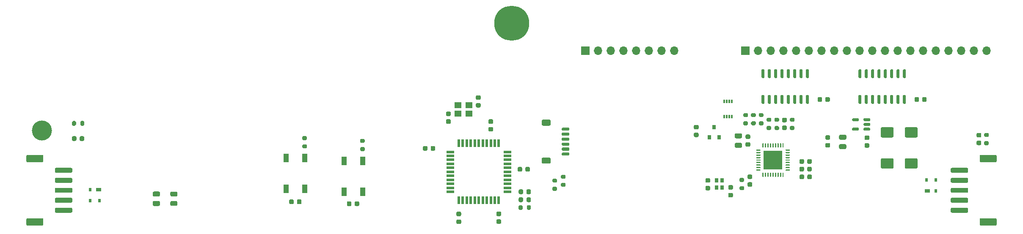
<source format=gts>
G04 #@! TF.GenerationSoftware,KiCad,Pcbnew,(5.1.9)-1*
G04 #@! TF.CreationDate,2021-08-18T12:48:30-04:00*
G04 #@! TF.ProjectId,si-mips-main-board,73692d6d-6970-4732-9d6d-61696e2d626f,rev?*
G04 #@! TF.SameCoordinates,Original*
G04 #@! TF.FileFunction,Soldermask,Top*
G04 #@! TF.FilePolarity,Negative*
%FSLAX46Y46*%
G04 Gerber Fmt 4.6, Leading zero omitted, Abs format (unit mm)*
G04 Created by KiCad (PCBNEW (5.1.9)-1) date 2021-08-18 12:48:30*
%MOMM*%
%LPD*%
G01*
G04 APERTURE LIST*
%ADD10R,3.700000X3.700000*%
%ADD11R,1.000000X0.700000*%
%ADD12R,0.600000X0.700000*%
%ADD13R,0.300000X0.800000*%
%ADD14C,4.000000*%
%ADD15R,0.800000X0.900000*%
%ADD16R,1.100000X1.800000*%
%ADD17C,0.800000*%
%ADD18C,7.000000*%
%ADD19R,1.400000X1.200000*%
%ADD20R,0.550000X1.500000*%
%ADD21R,1.500000X0.550000*%
%ADD22O,1.700000X1.700000*%
%ADD23R,1.700000X1.700000*%
G04 APERTURE END LIST*
G04 #@! TO.C,U6*
G36*
G01*
X202822500Y-94300000D02*
X202697500Y-94300000D01*
G75*
G02*
X202635000Y-94237500I0J62500D01*
G01*
X202635000Y-93537500D01*
G75*
G02*
X202697500Y-93475000I62500J0D01*
G01*
X202822500Y-93475000D01*
G75*
G02*
X202885000Y-93537500I0J-62500D01*
G01*
X202885000Y-94237500D01*
G75*
G02*
X202822500Y-94300000I-62500J0D01*
G01*
G37*
G36*
G01*
X203322500Y-94300000D02*
X203197500Y-94300000D01*
G75*
G02*
X203135000Y-94237500I0J62500D01*
G01*
X203135000Y-93537500D01*
G75*
G02*
X203197500Y-93475000I62500J0D01*
G01*
X203322500Y-93475000D01*
G75*
G02*
X203385000Y-93537500I0J-62500D01*
G01*
X203385000Y-94237500D01*
G75*
G02*
X203322500Y-94300000I-62500J0D01*
G01*
G37*
G36*
G01*
X203822500Y-94300000D02*
X203697500Y-94300000D01*
G75*
G02*
X203635000Y-94237500I0J62500D01*
G01*
X203635000Y-93537500D01*
G75*
G02*
X203697500Y-93475000I62500J0D01*
G01*
X203822500Y-93475000D01*
G75*
G02*
X203885000Y-93537500I0J-62500D01*
G01*
X203885000Y-94237500D01*
G75*
G02*
X203822500Y-94300000I-62500J0D01*
G01*
G37*
G36*
G01*
X204322500Y-94300000D02*
X204197500Y-94300000D01*
G75*
G02*
X204135000Y-94237500I0J62500D01*
G01*
X204135000Y-93537500D01*
G75*
G02*
X204197500Y-93475000I62500J0D01*
G01*
X204322500Y-93475000D01*
G75*
G02*
X204385000Y-93537500I0J-62500D01*
G01*
X204385000Y-94237500D01*
G75*
G02*
X204322500Y-94300000I-62500J0D01*
G01*
G37*
G36*
G01*
X204822500Y-94300000D02*
X204697500Y-94300000D01*
G75*
G02*
X204635000Y-94237500I0J62500D01*
G01*
X204635000Y-93537500D01*
G75*
G02*
X204697500Y-93475000I62500J0D01*
G01*
X204822500Y-93475000D01*
G75*
G02*
X204885000Y-93537500I0J-62500D01*
G01*
X204885000Y-94237500D01*
G75*
G02*
X204822500Y-94300000I-62500J0D01*
G01*
G37*
G36*
G01*
X205322500Y-94300000D02*
X205197500Y-94300000D01*
G75*
G02*
X205135000Y-94237500I0J62500D01*
G01*
X205135000Y-93537500D01*
G75*
G02*
X205197500Y-93475000I62500J0D01*
G01*
X205322500Y-93475000D01*
G75*
G02*
X205385000Y-93537500I0J-62500D01*
G01*
X205385000Y-94237500D01*
G75*
G02*
X205322500Y-94300000I-62500J0D01*
G01*
G37*
G36*
G01*
X205822500Y-94300000D02*
X205697500Y-94300000D01*
G75*
G02*
X205635000Y-94237500I0J62500D01*
G01*
X205635000Y-93537500D01*
G75*
G02*
X205697500Y-93475000I62500J0D01*
G01*
X205822500Y-93475000D01*
G75*
G02*
X205885000Y-93537500I0J-62500D01*
G01*
X205885000Y-94237500D01*
G75*
G02*
X205822500Y-94300000I-62500J0D01*
G01*
G37*
G36*
G01*
X206322500Y-94300000D02*
X206197500Y-94300000D01*
G75*
G02*
X206135000Y-94237500I0J62500D01*
G01*
X206135000Y-93537500D01*
G75*
G02*
X206197500Y-93475000I62500J0D01*
G01*
X206322500Y-93475000D01*
G75*
G02*
X206385000Y-93537500I0J-62500D01*
G01*
X206385000Y-94237500D01*
G75*
G02*
X206322500Y-94300000I-62500J0D01*
G01*
G37*
G36*
G01*
X206822500Y-94300000D02*
X206697500Y-94300000D01*
G75*
G02*
X206635000Y-94237500I0J62500D01*
G01*
X206635000Y-93537500D01*
G75*
G02*
X206697500Y-93475000I62500J0D01*
G01*
X206822500Y-93475000D01*
G75*
G02*
X206885000Y-93537500I0J-62500D01*
G01*
X206885000Y-94237500D01*
G75*
G02*
X206822500Y-94300000I-62500J0D01*
G01*
G37*
G36*
G01*
X208047500Y-93075000D02*
X207347500Y-93075000D01*
G75*
G02*
X207285000Y-93012500I0J62500D01*
G01*
X207285000Y-92887500D01*
G75*
G02*
X207347500Y-92825000I62500J0D01*
G01*
X208047500Y-92825000D01*
G75*
G02*
X208110000Y-92887500I0J-62500D01*
G01*
X208110000Y-93012500D01*
G75*
G02*
X208047500Y-93075000I-62500J0D01*
G01*
G37*
G36*
G01*
X208047500Y-92575000D02*
X207347500Y-92575000D01*
G75*
G02*
X207285000Y-92512500I0J62500D01*
G01*
X207285000Y-92387500D01*
G75*
G02*
X207347500Y-92325000I62500J0D01*
G01*
X208047500Y-92325000D01*
G75*
G02*
X208110000Y-92387500I0J-62500D01*
G01*
X208110000Y-92512500D01*
G75*
G02*
X208047500Y-92575000I-62500J0D01*
G01*
G37*
G36*
G01*
X208047500Y-92075000D02*
X207347500Y-92075000D01*
G75*
G02*
X207285000Y-92012500I0J62500D01*
G01*
X207285000Y-91887500D01*
G75*
G02*
X207347500Y-91825000I62500J0D01*
G01*
X208047500Y-91825000D01*
G75*
G02*
X208110000Y-91887500I0J-62500D01*
G01*
X208110000Y-92012500D01*
G75*
G02*
X208047500Y-92075000I-62500J0D01*
G01*
G37*
G36*
G01*
X208047500Y-91575000D02*
X207347500Y-91575000D01*
G75*
G02*
X207285000Y-91512500I0J62500D01*
G01*
X207285000Y-91387500D01*
G75*
G02*
X207347500Y-91325000I62500J0D01*
G01*
X208047500Y-91325000D01*
G75*
G02*
X208110000Y-91387500I0J-62500D01*
G01*
X208110000Y-91512500D01*
G75*
G02*
X208047500Y-91575000I-62500J0D01*
G01*
G37*
G36*
G01*
X208047500Y-91075000D02*
X207347500Y-91075000D01*
G75*
G02*
X207285000Y-91012500I0J62500D01*
G01*
X207285000Y-90887500D01*
G75*
G02*
X207347500Y-90825000I62500J0D01*
G01*
X208047500Y-90825000D01*
G75*
G02*
X208110000Y-90887500I0J-62500D01*
G01*
X208110000Y-91012500D01*
G75*
G02*
X208047500Y-91075000I-62500J0D01*
G01*
G37*
G36*
G01*
X208047500Y-90575000D02*
X207347500Y-90575000D01*
G75*
G02*
X207285000Y-90512500I0J62500D01*
G01*
X207285000Y-90387500D01*
G75*
G02*
X207347500Y-90325000I62500J0D01*
G01*
X208047500Y-90325000D01*
G75*
G02*
X208110000Y-90387500I0J-62500D01*
G01*
X208110000Y-90512500D01*
G75*
G02*
X208047500Y-90575000I-62500J0D01*
G01*
G37*
G36*
G01*
X208047500Y-90075000D02*
X207347500Y-90075000D01*
G75*
G02*
X207285000Y-90012500I0J62500D01*
G01*
X207285000Y-89887500D01*
G75*
G02*
X207347500Y-89825000I62500J0D01*
G01*
X208047500Y-89825000D01*
G75*
G02*
X208110000Y-89887500I0J-62500D01*
G01*
X208110000Y-90012500D01*
G75*
G02*
X208047500Y-90075000I-62500J0D01*
G01*
G37*
G36*
G01*
X208047500Y-89575000D02*
X207347500Y-89575000D01*
G75*
G02*
X207285000Y-89512500I0J62500D01*
G01*
X207285000Y-89387500D01*
G75*
G02*
X207347500Y-89325000I62500J0D01*
G01*
X208047500Y-89325000D01*
G75*
G02*
X208110000Y-89387500I0J-62500D01*
G01*
X208110000Y-89512500D01*
G75*
G02*
X208047500Y-89575000I-62500J0D01*
G01*
G37*
G36*
G01*
X208047500Y-89075000D02*
X207347500Y-89075000D01*
G75*
G02*
X207285000Y-89012500I0J62500D01*
G01*
X207285000Y-88887500D01*
G75*
G02*
X207347500Y-88825000I62500J0D01*
G01*
X208047500Y-88825000D01*
G75*
G02*
X208110000Y-88887500I0J-62500D01*
G01*
X208110000Y-89012500D01*
G75*
G02*
X208047500Y-89075000I-62500J0D01*
G01*
G37*
G36*
G01*
X206822500Y-88425000D02*
X206697500Y-88425000D01*
G75*
G02*
X206635000Y-88362500I0J62500D01*
G01*
X206635000Y-87662500D01*
G75*
G02*
X206697500Y-87600000I62500J0D01*
G01*
X206822500Y-87600000D01*
G75*
G02*
X206885000Y-87662500I0J-62500D01*
G01*
X206885000Y-88362500D01*
G75*
G02*
X206822500Y-88425000I-62500J0D01*
G01*
G37*
G36*
G01*
X206322500Y-88425000D02*
X206197500Y-88425000D01*
G75*
G02*
X206135000Y-88362500I0J62500D01*
G01*
X206135000Y-87662500D01*
G75*
G02*
X206197500Y-87600000I62500J0D01*
G01*
X206322500Y-87600000D01*
G75*
G02*
X206385000Y-87662500I0J-62500D01*
G01*
X206385000Y-88362500D01*
G75*
G02*
X206322500Y-88425000I-62500J0D01*
G01*
G37*
G36*
G01*
X205822500Y-88425000D02*
X205697500Y-88425000D01*
G75*
G02*
X205635000Y-88362500I0J62500D01*
G01*
X205635000Y-87662500D01*
G75*
G02*
X205697500Y-87600000I62500J0D01*
G01*
X205822500Y-87600000D01*
G75*
G02*
X205885000Y-87662500I0J-62500D01*
G01*
X205885000Y-88362500D01*
G75*
G02*
X205822500Y-88425000I-62500J0D01*
G01*
G37*
G36*
G01*
X205322500Y-88425000D02*
X205197500Y-88425000D01*
G75*
G02*
X205135000Y-88362500I0J62500D01*
G01*
X205135000Y-87662500D01*
G75*
G02*
X205197500Y-87600000I62500J0D01*
G01*
X205322500Y-87600000D01*
G75*
G02*
X205385000Y-87662500I0J-62500D01*
G01*
X205385000Y-88362500D01*
G75*
G02*
X205322500Y-88425000I-62500J0D01*
G01*
G37*
G36*
G01*
X204822500Y-88425000D02*
X204697500Y-88425000D01*
G75*
G02*
X204635000Y-88362500I0J62500D01*
G01*
X204635000Y-87662500D01*
G75*
G02*
X204697500Y-87600000I62500J0D01*
G01*
X204822500Y-87600000D01*
G75*
G02*
X204885000Y-87662500I0J-62500D01*
G01*
X204885000Y-88362500D01*
G75*
G02*
X204822500Y-88425000I-62500J0D01*
G01*
G37*
G36*
G01*
X204322500Y-88425000D02*
X204197500Y-88425000D01*
G75*
G02*
X204135000Y-88362500I0J62500D01*
G01*
X204135000Y-87662500D01*
G75*
G02*
X204197500Y-87600000I62500J0D01*
G01*
X204322500Y-87600000D01*
G75*
G02*
X204385000Y-87662500I0J-62500D01*
G01*
X204385000Y-88362500D01*
G75*
G02*
X204322500Y-88425000I-62500J0D01*
G01*
G37*
G36*
G01*
X203822500Y-88425000D02*
X203697500Y-88425000D01*
G75*
G02*
X203635000Y-88362500I0J62500D01*
G01*
X203635000Y-87662500D01*
G75*
G02*
X203697500Y-87600000I62500J0D01*
G01*
X203822500Y-87600000D01*
G75*
G02*
X203885000Y-87662500I0J-62500D01*
G01*
X203885000Y-88362500D01*
G75*
G02*
X203822500Y-88425000I-62500J0D01*
G01*
G37*
G36*
G01*
X203322500Y-88425000D02*
X203197500Y-88425000D01*
G75*
G02*
X203135000Y-88362500I0J62500D01*
G01*
X203135000Y-87662500D01*
G75*
G02*
X203197500Y-87600000I62500J0D01*
G01*
X203322500Y-87600000D01*
G75*
G02*
X203385000Y-87662500I0J-62500D01*
G01*
X203385000Y-88362500D01*
G75*
G02*
X203322500Y-88425000I-62500J0D01*
G01*
G37*
G36*
G01*
X202822500Y-88425000D02*
X202697500Y-88425000D01*
G75*
G02*
X202635000Y-88362500I0J62500D01*
G01*
X202635000Y-87662500D01*
G75*
G02*
X202697500Y-87600000I62500J0D01*
G01*
X202822500Y-87600000D01*
G75*
G02*
X202885000Y-87662500I0J-62500D01*
G01*
X202885000Y-88362500D01*
G75*
G02*
X202822500Y-88425000I-62500J0D01*
G01*
G37*
G36*
G01*
X202172500Y-89075000D02*
X201472500Y-89075000D01*
G75*
G02*
X201410000Y-89012500I0J62500D01*
G01*
X201410000Y-88887500D01*
G75*
G02*
X201472500Y-88825000I62500J0D01*
G01*
X202172500Y-88825000D01*
G75*
G02*
X202235000Y-88887500I0J-62500D01*
G01*
X202235000Y-89012500D01*
G75*
G02*
X202172500Y-89075000I-62500J0D01*
G01*
G37*
G36*
G01*
X202172500Y-89575000D02*
X201472500Y-89575000D01*
G75*
G02*
X201410000Y-89512500I0J62500D01*
G01*
X201410000Y-89387500D01*
G75*
G02*
X201472500Y-89325000I62500J0D01*
G01*
X202172500Y-89325000D01*
G75*
G02*
X202235000Y-89387500I0J-62500D01*
G01*
X202235000Y-89512500D01*
G75*
G02*
X202172500Y-89575000I-62500J0D01*
G01*
G37*
G36*
G01*
X202172500Y-90075000D02*
X201472500Y-90075000D01*
G75*
G02*
X201410000Y-90012500I0J62500D01*
G01*
X201410000Y-89887500D01*
G75*
G02*
X201472500Y-89825000I62500J0D01*
G01*
X202172500Y-89825000D01*
G75*
G02*
X202235000Y-89887500I0J-62500D01*
G01*
X202235000Y-90012500D01*
G75*
G02*
X202172500Y-90075000I-62500J0D01*
G01*
G37*
G36*
G01*
X202172500Y-90575000D02*
X201472500Y-90575000D01*
G75*
G02*
X201410000Y-90512500I0J62500D01*
G01*
X201410000Y-90387500D01*
G75*
G02*
X201472500Y-90325000I62500J0D01*
G01*
X202172500Y-90325000D01*
G75*
G02*
X202235000Y-90387500I0J-62500D01*
G01*
X202235000Y-90512500D01*
G75*
G02*
X202172500Y-90575000I-62500J0D01*
G01*
G37*
G36*
G01*
X202172500Y-91075000D02*
X201472500Y-91075000D01*
G75*
G02*
X201410000Y-91012500I0J62500D01*
G01*
X201410000Y-90887500D01*
G75*
G02*
X201472500Y-90825000I62500J0D01*
G01*
X202172500Y-90825000D01*
G75*
G02*
X202235000Y-90887500I0J-62500D01*
G01*
X202235000Y-91012500D01*
G75*
G02*
X202172500Y-91075000I-62500J0D01*
G01*
G37*
G36*
G01*
X202172500Y-91575000D02*
X201472500Y-91575000D01*
G75*
G02*
X201410000Y-91512500I0J62500D01*
G01*
X201410000Y-91387500D01*
G75*
G02*
X201472500Y-91325000I62500J0D01*
G01*
X202172500Y-91325000D01*
G75*
G02*
X202235000Y-91387500I0J-62500D01*
G01*
X202235000Y-91512500D01*
G75*
G02*
X202172500Y-91575000I-62500J0D01*
G01*
G37*
G36*
G01*
X202172500Y-92075000D02*
X201472500Y-92075000D01*
G75*
G02*
X201410000Y-92012500I0J62500D01*
G01*
X201410000Y-91887500D01*
G75*
G02*
X201472500Y-91825000I62500J0D01*
G01*
X202172500Y-91825000D01*
G75*
G02*
X202235000Y-91887500I0J-62500D01*
G01*
X202235000Y-92012500D01*
G75*
G02*
X202172500Y-92075000I-62500J0D01*
G01*
G37*
G36*
G01*
X202172500Y-92575000D02*
X201472500Y-92575000D01*
G75*
G02*
X201410000Y-92512500I0J62500D01*
G01*
X201410000Y-92387500D01*
G75*
G02*
X201472500Y-92325000I62500J0D01*
G01*
X202172500Y-92325000D01*
G75*
G02*
X202235000Y-92387500I0J-62500D01*
G01*
X202235000Y-92512500D01*
G75*
G02*
X202172500Y-92575000I-62500J0D01*
G01*
G37*
G36*
G01*
X202172500Y-93075000D02*
X201472500Y-93075000D01*
G75*
G02*
X201410000Y-93012500I0J62500D01*
G01*
X201410000Y-92887500D01*
G75*
G02*
X201472500Y-92825000I62500J0D01*
G01*
X202172500Y-92825000D01*
G75*
G02*
X202235000Y-92887500I0J-62500D01*
G01*
X202235000Y-93012500D01*
G75*
G02*
X202172500Y-93075000I-62500J0D01*
G01*
G37*
D10*
X204760000Y-90950000D03*
G04 #@! TD*
D11*
G04 #@! TO.C,U5*
X69870000Y-96900000D03*
D12*
X68150000Y-96900000D03*
X68150000Y-99100000D03*
X70050000Y-99100000D03*
G04 #@! TD*
D11*
G04 #@! TO.C,U8*
X235630000Y-97100000D03*
D12*
X237350000Y-97100000D03*
X237350000Y-94900000D03*
X235450000Y-94900000D03*
G04 #@! TD*
G04 #@! TO.C,R12*
G36*
G01*
X155525000Y-100725000D02*
X155525000Y-100175000D01*
G75*
G02*
X155725000Y-99975000I200000J0D01*
G01*
X156125000Y-99975000D01*
G75*
G02*
X156325000Y-100175000I0J-200000D01*
G01*
X156325000Y-100725000D01*
G75*
G02*
X156125000Y-100925000I-200000J0D01*
G01*
X155725000Y-100925000D01*
G75*
G02*
X155525000Y-100725000I0J200000D01*
G01*
G37*
G36*
G01*
X153875000Y-100725000D02*
X153875000Y-100175000D01*
G75*
G02*
X154075000Y-99975000I200000J0D01*
G01*
X154475000Y-99975000D01*
G75*
G02*
X154675000Y-100175000I0J-200000D01*
G01*
X154675000Y-100725000D01*
G75*
G02*
X154475000Y-100925000I-200000J0D01*
G01*
X154075000Y-100925000D01*
G75*
G02*
X153875000Y-100725000I0J200000D01*
G01*
G37*
G04 #@! TD*
G04 #@! TO.C,D1*
G36*
G01*
X155450000Y-99156250D02*
X155450000Y-98643750D01*
G75*
G02*
X155668750Y-98425000I218750J0D01*
G01*
X156106250Y-98425000D01*
G75*
G02*
X156325000Y-98643750I0J-218750D01*
G01*
X156325000Y-99156250D01*
G75*
G02*
X156106250Y-99375000I-218750J0D01*
G01*
X155668750Y-99375000D01*
G75*
G02*
X155450000Y-99156250I0J218750D01*
G01*
G37*
G36*
G01*
X153875000Y-99156250D02*
X153875000Y-98643750D01*
G75*
G02*
X154093750Y-98425000I218750J0D01*
G01*
X154531250Y-98425000D01*
G75*
G02*
X154750000Y-98643750I0J-218750D01*
G01*
X154750000Y-99156250D01*
G75*
G02*
X154531250Y-99375000I-218750J0D01*
G01*
X154093750Y-99375000D01*
G75*
G02*
X153875000Y-99156250I0J218750D01*
G01*
G37*
G04 #@! TD*
G04 #@! TO.C,C24*
G36*
G01*
X231375000Y-84350000D02*
X233425000Y-84350000D01*
G75*
G02*
X233675000Y-84600000I0J-250000D01*
G01*
X233675000Y-86175000D01*
G75*
G02*
X233425000Y-86425000I-250000J0D01*
G01*
X231375000Y-86425000D01*
G75*
G02*
X231125000Y-86175000I0J250000D01*
G01*
X231125000Y-84600000D01*
G75*
G02*
X231375000Y-84350000I250000J0D01*
G01*
G37*
G36*
G01*
X231375000Y-90575000D02*
X233425000Y-90575000D01*
G75*
G02*
X233675000Y-90825000I0J-250000D01*
G01*
X233675000Y-92400000D01*
G75*
G02*
X233425000Y-92650000I-250000J0D01*
G01*
X231375000Y-92650000D01*
G75*
G02*
X231125000Y-92400000I0J250000D01*
G01*
X231125000Y-90825000D01*
G75*
G02*
X231375000Y-90575000I250000J0D01*
G01*
G37*
G04 #@! TD*
G04 #@! TO.C,C21*
G36*
G01*
X207300000Y-83375000D02*
X206800000Y-83375000D01*
G75*
G02*
X206575000Y-83150000I0J225000D01*
G01*
X206575000Y-82700000D01*
G75*
G02*
X206800000Y-82475000I225000J0D01*
G01*
X207300000Y-82475000D01*
G75*
G02*
X207525000Y-82700000I0J-225000D01*
G01*
X207525000Y-83150000D01*
G75*
G02*
X207300000Y-83375000I-225000J0D01*
G01*
G37*
G36*
G01*
X207300000Y-84925000D02*
X206800000Y-84925000D01*
G75*
G02*
X206575000Y-84700000I0J225000D01*
G01*
X206575000Y-84250000D01*
G75*
G02*
X206800000Y-84025000I225000J0D01*
G01*
X207300000Y-84025000D01*
G75*
G02*
X207525000Y-84250000I0J-225000D01*
G01*
X207525000Y-84700000D01*
G75*
G02*
X207300000Y-84925000I-225000J0D01*
G01*
G37*
G04 #@! TD*
G04 #@! TO.C,R11*
G36*
G01*
X204225000Y-83275000D02*
X203675000Y-83275000D01*
G75*
G02*
X203475000Y-83075000I0J200000D01*
G01*
X203475000Y-82675000D01*
G75*
G02*
X203675000Y-82475000I200000J0D01*
G01*
X204225000Y-82475000D01*
G75*
G02*
X204425000Y-82675000I0J-200000D01*
G01*
X204425000Y-83075000D01*
G75*
G02*
X204225000Y-83275000I-200000J0D01*
G01*
G37*
G36*
G01*
X204225000Y-84925000D02*
X203675000Y-84925000D01*
G75*
G02*
X203475000Y-84725000I0J200000D01*
G01*
X203475000Y-84325000D01*
G75*
G02*
X203675000Y-84125000I200000J0D01*
G01*
X204225000Y-84125000D01*
G75*
G02*
X204425000Y-84325000I0J-200000D01*
G01*
X204425000Y-84725000D01*
G75*
G02*
X204225000Y-84925000I-200000J0D01*
G01*
G37*
G04 #@! TD*
G04 #@! TO.C,R10*
G36*
G01*
X208325000Y-84125000D02*
X208875000Y-84125000D01*
G75*
G02*
X209075000Y-84325000I0J-200000D01*
G01*
X209075000Y-84725000D01*
G75*
G02*
X208875000Y-84925000I-200000J0D01*
G01*
X208325000Y-84925000D01*
G75*
G02*
X208125000Y-84725000I0J200000D01*
G01*
X208125000Y-84325000D01*
G75*
G02*
X208325000Y-84125000I200000J0D01*
G01*
G37*
G36*
G01*
X208325000Y-82475000D02*
X208875000Y-82475000D01*
G75*
G02*
X209075000Y-82675000I0J-200000D01*
G01*
X209075000Y-83075000D01*
G75*
G02*
X208875000Y-83275000I-200000J0D01*
G01*
X208325000Y-83275000D01*
G75*
G02*
X208125000Y-83075000I0J200000D01*
G01*
X208125000Y-82675000D01*
G75*
G02*
X208325000Y-82475000I200000J0D01*
G01*
G37*
G04 #@! TD*
G04 #@! TO.C,J6*
G36*
G01*
X158734999Y-90450000D02*
X160035001Y-90450000D01*
G75*
G02*
X160285000Y-90699999I0J-249999D01*
G01*
X160285000Y-91400001D01*
G75*
G02*
X160035001Y-91650000I-249999J0D01*
G01*
X158734999Y-91650000D01*
G75*
G02*
X158485000Y-91400001I0J249999D01*
G01*
X158485000Y-90699999D01*
G75*
G02*
X158734999Y-90450000I249999J0D01*
G01*
G37*
G36*
G01*
X158734999Y-82850000D02*
X160035001Y-82850000D01*
G75*
G02*
X160285000Y-83099999I0J-249999D01*
G01*
X160285000Y-83800001D01*
G75*
G02*
X160035001Y-84050000I-249999J0D01*
G01*
X158734999Y-84050000D01*
G75*
G02*
X158485000Y-83800001I0J249999D01*
G01*
X158485000Y-83099999D01*
G75*
G02*
X158734999Y-82850000I249999J0D01*
G01*
G37*
G36*
G01*
X162635000Y-89450000D02*
X163885000Y-89450000D01*
G75*
G02*
X164035000Y-89600000I0J-150000D01*
G01*
X164035000Y-89900000D01*
G75*
G02*
X163885000Y-90050000I-150000J0D01*
G01*
X162635000Y-90050000D01*
G75*
G02*
X162485000Y-89900000I0J150000D01*
G01*
X162485000Y-89600000D01*
G75*
G02*
X162635000Y-89450000I150000J0D01*
G01*
G37*
G36*
G01*
X162635000Y-88450000D02*
X163885000Y-88450000D01*
G75*
G02*
X164035000Y-88600000I0J-150000D01*
G01*
X164035000Y-88900000D01*
G75*
G02*
X163885000Y-89050000I-150000J0D01*
G01*
X162635000Y-89050000D01*
G75*
G02*
X162485000Y-88900000I0J150000D01*
G01*
X162485000Y-88600000D01*
G75*
G02*
X162635000Y-88450000I150000J0D01*
G01*
G37*
G36*
G01*
X162635000Y-87450000D02*
X163885000Y-87450000D01*
G75*
G02*
X164035000Y-87600000I0J-150000D01*
G01*
X164035000Y-87900000D01*
G75*
G02*
X163885000Y-88050000I-150000J0D01*
G01*
X162635000Y-88050000D01*
G75*
G02*
X162485000Y-87900000I0J150000D01*
G01*
X162485000Y-87600000D01*
G75*
G02*
X162635000Y-87450000I150000J0D01*
G01*
G37*
G36*
G01*
X162635000Y-86450000D02*
X163885000Y-86450000D01*
G75*
G02*
X164035000Y-86600000I0J-150000D01*
G01*
X164035000Y-86900000D01*
G75*
G02*
X163885000Y-87050000I-150000J0D01*
G01*
X162635000Y-87050000D01*
G75*
G02*
X162485000Y-86900000I0J150000D01*
G01*
X162485000Y-86600000D01*
G75*
G02*
X162635000Y-86450000I150000J0D01*
G01*
G37*
G36*
G01*
X162635000Y-85450000D02*
X163885000Y-85450000D01*
G75*
G02*
X164035000Y-85600000I0J-150000D01*
G01*
X164035000Y-85900000D01*
G75*
G02*
X163885000Y-86050000I-150000J0D01*
G01*
X162635000Y-86050000D01*
G75*
G02*
X162485000Y-85900000I0J150000D01*
G01*
X162485000Y-85600000D01*
G75*
G02*
X162635000Y-85450000I150000J0D01*
G01*
G37*
G36*
G01*
X162635000Y-84450000D02*
X163885000Y-84450000D01*
G75*
G02*
X164035000Y-84600000I0J-150000D01*
G01*
X164035000Y-84900000D01*
G75*
G02*
X163885000Y-85050000I-150000J0D01*
G01*
X162635000Y-85050000D01*
G75*
G02*
X162485000Y-84900000I0J150000D01*
G01*
X162485000Y-84600000D01*
G75*
G02*
X162635000Y-84450000I150000J0D01*
G01*
G37*
G04 #@! TD*
D13*
G04 #@! TO.C,U9*
X196510000Y-82240000D03*
X196010000Y-82240000D03*
X195510000Y-82240000D03*
X195010000Y-82240000D03*
X195010000Y-79140000D03*
X195510000Y-79140000D03*
X196010000Y-79140000D03*
X196510000Y-79140000D03*
G04 #@! TD*
D14*
G04 #@! TO.C,J5*
X58500000Y-85000000D03*
G04 #@! TD*
G04 #@! TO.C,R15*
G36*
G01*
X247745000Y-86305000D02*
X247195000Y-86305000D01*
G75*
G02*
X246995000Y-86105000I0J200000D01*
G01*
X246995000Y-85705000D01*
G75*
G02*
X247195000Y-85505000I200000J0D01*
G01*
X247745000Y-85505000D01*
G75*
G02*
X247945000Y-85705000I0J-200000D01*
G01*
X247945000Y-86105000D01*
G75*
G02*
X247745000Y-86305000I-200000J0D01*
G01*
G37*
G36*
G01*
X247745000Y-87955000D02*
X247195000Y-87955000D01*
G75*
G02*
X246995000Y-87755000I0J200000D01*
G01*
X246995000Y-87355000D01*
G75*
G02*
X247195000Y-87155000I200000J0D01*
G01*
X247745000Y-87155000D01*
G75*
G02*
X247945000Y-87355000I0J-200000D01*
G01*
X247945000Y-87755000D01*
G75*
G02*
X247745000Y-87955000I-200000J0D01*
G01*
G37*
G04 #@! TD*
G04 #@! TO.C,R14*
G36*
G01*
X65335000Y-83315000D02*
X65335000Y-83865000D01*
G75*
G02*
X65135000Y-84065000I-200000J0D01*
G01*
X64735000Y-84065000D01*
G75*
G02*
X64535000Y-83865000I0J200000D01*
G01*
X64535000Y-83315000D01*
G75*
G02*
X64735000Y-83115000I200000J0D01*
G01*
X65135000Y-83115000D01*
G75*
G02*
X65335000Y-83315000I0J-200000D01*
G01*
G37*
G36*
G01*
X66985000Y-83315000D02*
X66985000Y-83865000D01*
G75*
G02*
X66785000Y-84065000I-200000J0D01*
G01*
X66385000Y-84065000D01*
G75*
G02*
X66185000Y-83865000I0J200000D01*
G01*
X66185000Y-83315000D01*
G75*
G02*
X66385000Y-83115000I200000J0D01*
G01*
X66785000Y-83115000D01*
G75*
G02*
X66985000Y-83315000I0J-200000D01*
G01*
G37*
G04 #@! TD*
G04 #@! TO.C,C29*
G36*
G01*
X246200000Y-86405000D02*
X245700000Y-86405000D01*
G75*
G02*
X245475000Y-86180000I0J225000D01*
G01*
X245475000Y-85730000D01*
G75*
G02*
X245700000Y-85505000I225000J0D01*
G01*
X246200000Y-85505000D01*
G75*
G02*
X246425000Y-85730000I0J-225000D01*
G01*
X246425000Y-86180000D01*
G75*
G02*
X246200000Y-86405000I-225000J0D01*
G01*
G37*
G36*
G01*
X246200000Y-87955000D02*
X245700000Y-87955000D01*
G75*
G02*
X245475000Y-87730000I0J225000D01*
G01*
X245475000Y-87280000D01*
G75*
G02*
X245700000Y-87055000I225000J0D01*
G01*
X246200000Y-87055000D01*
G75*
G02*
X246425000Y-87280000I0J-225000D01*
G01*
X246425000Y-87730000D01*
G75*
G02*
X246200000Y-87955000I-225000J0D01*
G01*
G37*
G04 #@! TD*
G04 #@! TO.C,C28*
G36*
G01*
X65415000Y-86390000D02*
X65415000Y-86890000D01*
G75*
G02*
X65190000Y-87115000I-225000J0D01*
G01*
X64740000Y-87115000D01*
G75*
G02*
X64515000Y-86890000I0J225000D01*
G01*
X64515000Y-86390000D01*
G75*
G02*
X64740000Y-86165000I225000J0D01*
G01*
X65190000Y-86165000D01*
G75*
G02*
X65415000Y-86390000I0J-225000D01*
G01*
G37*
G36*
G01*
X66965000Y-86390000D02*
X66965000Y-86890000D01*
G75*
G02*
X66740000Y-87115000I-225000J0D01*
G01*
X66290000Y-87115000D01*
G75*
G02*
X66065000Y-86890000I0J225000D01*
G01*
X66065000Y-86390000D01*
G75*
G02*
X66290000Y-86165000I225000J0D01*
G01*
X66740000Y-86165000D01*
G75*
G02*
X66965000Y-86390000I0J-225000D01*
G01*
G37*
G04 #@! TD*
G04 #@! TO.C,R5*
G36*
G01*
X202115000Y-83175000D02*
X202665000Y-83175000D01*
G75*
G02*
X202865000Y-83375000I0J-200000D01*
G01*
X202865000Y-83775000D01*
G75*
G02*
X202665000Y-83975000I-200000J0D01*
G01*
X202115000Y-83975000D01*
G75*
G02*
X201915000Y-83775000I0J200000D01*
G01*
X201915000Y-83375000D01*
G75*
G02*
X202115000Y-83175000I200000J0D01*
G01*
G37*
G36*
G01*
X202115000Y-81525000D02*
X202665000Y-81525000D01*
G75*
G02*
X202865000Y-81725000I0J-200000D01*
G01*
X202865000Y-82125000D01*
G75*
G02*
X202665000Y-82325000I-200000J0D01*
G01*
X202115000Y-82325000D01*
G75*
G02*
X201915000Y-82125000I0J200000D01*
G01*
X201915000Y-81725000D01*
G75*
G02*
X202115000Y-81525000I200000J0D01*
G01*
G37*
G04 #@! TD*
G04 #@! TO.C,C22*
G36*
G01*
X211603000Y-91470000D02*
X211603000Y-90970000D01*
G75*
G02*
X211828000Y-90745000I225000J0D01*
G01*
X212278000Y-90745000D01*
G75*
G02*
X212503000Y-90970000I0J-225000D01*
G01*
X212503000Y-91470000D01*
G75*
G02*
X212278000Y-91695000I-225000J0D01*
G01*
X211828000Y-91695000D01*
G75*
G02*
X211603000Y-91470000I0J225000D01*
G01*
G37*
G36*
G01*
X210053000Y-91470000D02*
X210053000Y-90970000D01*
G75*
G02*
X210278000Y-90745000I225000J0D01*
G01*
X210728000Y-90745000D01*
G75*
G02*
X210953000Y-90970000I0J-225000D01*
G01*
X210953000Y-91470000D01*
G75*
G02*
X210728000Y-91695000I-225000J0D01*
G01*
X210278000Y-91695000D01*
G75*
G02*
X210053000Y-91470000I0J225000D01*
G01*
G37*
G04 #@! TD*
G04 #@! TO.C,R6*
G36*
G01*
X199565000Y-82325000D02*
X199015000Y-82325000D01*
G75*
G02*
X198815000Y-82125000I0J200000D01*
G01*
X198815000Y-81725000D01*
G75*
G02*
X199015000Y-81525000I200000J0D01*
G01*
X199565000Y-81525000D01*
G75*
G02*
X199765000Y-81725000I0J-200000D01*
G01*
X199765000Y-82125000D01*
G75*
G02*
X199565000Y-82325000I-200000J0D01*
G01*
G37*
G36*
G01*
X199565000Y-83975000D02*
X199015000Y-83975000D01*
G75*
G02*
X198815000Y-83775000I0J200000D01*
G01*
X198815000Y-83375000D01*
G75*
G02*
X199015000Y-83175000I200000J0D01*
G01*
X199565000Y-83175000D01*
G75*
G02*
X199765000Y-83375000I0J-200000D01*
G01*
X199765000Y-83775000D01*
G75*
G02*
X199565000Y-83975000I-200000J0D01*
G01*
G37*
G04 #@! TD*
G04 #@! TO.C,R9*
G36*
G01*
X205225000Y-84125000D02*
X205775000Y-84125000D01*
G75*
G02*
X205975000Y-84325000I0J-200000D01*
G01*
X205975000Y-84725000D01*
G75*
G02*
X205775000Y-84925000I-200000J0D01*
G01*
X205225000Y-84925000D01*
G75*
G02*
X205025000Y-84725000I0J200000D01*
G01*
X205025000Y-84325000D01*
G75*
G02*
X205225000Y-84125000I200000J0D01*
G01*
G37*
G36*
G01*
X205225000Y-82475000D02*
X205775000Y-82475000D01*
G75*
G02*
X205975000Y-82675000I0J-200000D01*
G01*
X205975000Y-83075000D01*
G75*
G02*
X205775000Y-83275000I-200000J0D01*
G01*
X205225000Y-83275000D01*
G75*
G02*
X205025000Y-83075000I0J200000D01*
G01*
X205025000Y-82675000D01*
G75*
G02*
X205225000Y-82475000I200000J0D01*
G01*
G37*
G04 #@! TD*
G04 #@! TO.C,C14*
G36*
G01*
X191460000Y-96125000D02*
X191960000Y-96125000D01*
G75*
G02*
X192185000Y-96350000I0J-225000D01*
G01*
X192185000Y-96800000D01*
G75*
G02*
X191960000Y-97025000I-225000J0D01*
G01*
X191460000Y-97025000D01*
G75*
G02*
X191235000Y-96800000I0J225000D01*
G01*
X191235000Y-96350000D01*
G75*
G02*
X191460000Y-96125000I225000J0D01*
G01*
G37*
G36*
G01*
X191460000Y-94575000D02*
X191960000Y-94575000D01*
G75*
G02*
X192185000Y-94800000I0J-225000D01*
G01*
X192185000Y-95250000D01*
G75*
G02*
X191960000Y-95475000I-225000J0D01*
G01*
X191460000Y-95475000D01*
G75*
G02*
X191235000Y-95250000I0J225000D01*
G01*
X191235000Y-94800000D01*
G75*
G02*
X191460000Y-94575000I225000J0D01*
G01*
G37*
G04 #@! TD*
G04 #@! TO.C,C15*
G36*
G01*
X196030000Y-97525000D02*
X196530000Y-97525000D01*
G75*
G02*
X196755000Y-97750000I0J-225000D01*
G01*
X196755000Y-98200000D01*
G75*
G02*
X196530000Y-98425000I-225000J0D01*
G01*
X196030000Y-98425000D01*
G75*
G02*
X195805000Y-98200000I0J225000D01*
G01*
X195805000Y-97750000D01*
G75*
G02*
X196030000Y-97525000I225000J0D01*
G01*
G37*
G36*
G01*
X196030000Y-95975000D02*
X196530000Y-95975000D01*
G75*
G02*
X196755000Y-96200000I0J-225000D01*
G01*
X196755000Y-96650000D01*
G75*
G02*
X196530000Y-96875000I-225000J0D01*
G01*
X196030000Y-96875000D01*
G75*
G02*
X195805000Y-96650000I0J225000D01*
G01*
X195805000Y-96200000D01*
G75*
G02*
X196030000Y-95975000I225000J0D01*
G01*
G37*
G04 #@! TD*
G04 #@! TO.C,C18*
G36*
G01*
X199880000Y-95395000D02*
X200380000Y-95395000D01*
G75*
G02*
X200605000Y-95620000I0J-225000D01*
G01*
X200605000Y-96070000D01*
G75*
G02*
X200380000Y-96295000I-225000J0D01*
G01*
X199880000Y-96295000D01*
G75*
G02*
X199655000Y-96070000I0J225000D01*
G01*
X199655000Y-95620000D01*
G75*
G02*
X199880000Y-95395000I225000J0D01*
G01*
G37*
G36*
G01*
X199880000Y-93845000D02*
X200380000Y-93845000D01*
G75*
G02*
X200605000Y-94070000I0J-225000D01*
G01*
X200605000Y-94520000D01*
G75*
G02*
X200380000Y-94745000I-225000J0D01*
G01*
X199880000Y-94745000D01*
G75*
G02*
X199655000Y-94520000I0J225000D01*
G01*
X199655000Y-94070000D01*
G75*
G02*
X199880000Y-93845000I225000J0D01*
G01*
G37*
G04 #@! TD*
G04 #@! TO.C,C20*
G36*
G01*
X211603000Y-93010000D02*
X211603000Y-92510000D01*
G75*
G02*
X211828000Y-92285000I225000J0D01*
G01*
X212278000Y-92285000D01*
G75*
G02*
X212503000Y-92510000I0J-225000D01*
G01*
X212503000Y-93010000D01*
G75*
G02*
X212278000Y-93235000I-225000J0D01*
G01*
X211828000Y-93235000D01*
G75*
G02*
X211603000Y-93010000I0J225000D01*
G01*
G37*
G36*
G01*
X210053000Y-93010000D02*
X210053000Y-92510000D01*
G75*
G02*
X210278000Y-92285000I225000J0D01*
G01*
X210728000Y-92285000D01*
G75*
G02*
X210953000Y-92510000I0J-225000D01*
G01*
X210953000Y-93010000D01*
G75*
G02*
X210728000Y-93235000I-225000J0D01*
G01*
X210278000Y-93235000D01*
G75*
G02*
X210053000Y-93010000I0J225000D01*
G01*
G37*
G04 #@! TD*
G04 #@! TO.C,C27*
G36*
G01*
X211623000Y-94560000D02*
X211623000Y-94060000D01*
G75*
G02*
X211848000Y-93835000I225000J0D01*
G01*
X212298000Y-93835000D01*
G75*
G02*
X212523000Y-94060000I0J-225000D01*
G01*
X212523000Y-94560000D01*
G75*
G02*
X212298000Y-94785000I-225000J0D01*
G01*
X211848000Y-94785000D01*
G75*
G02*
X211623000Y-94560000I0J225000D01*
G01*
G37*
G36*
G01*
X210073000Y-94560000D02*
X210073000Y-94060000D01*
G75*
G02*
X210298000Y-93835000I225000J0D01*
G01*
X210748000Y-93835000D01*
G75*
G02*
X210973000Y-94060000I0J-225000D01*
G01*
X210973000Y-94560000D01*
G75*
G02*
X210748000Y-94785000I-225000J0D01*
G01*
X210298000Y-94785000D01*
G75*
G02*
X210073000Y-94560000I0J225000D01*
G01*
G37*
G04 #@! TD*
G04 #@! TO.C,C19*
G36*
G01*
X199990000Y-86715000D02*
X199490000Y-86715000D01*
G75*
G02*
X199265000Y-86490000I0J225000D01*
G01*
X199265000Y-86040000D01*
G75*
G02*
X199490000Y-85815000I225000J0D01*
G01*
X199990000Y-85815000D01*
G75*
G02*
X200215000Y-86040000I0J-225000D01*
G01*
X200215000Y-86490000D01*
G75*
G02*
X199990000Y-86715000I-225000J0D01*
G01*
G37*
G36*
G01*
X199990000Y-88265000D02*
X199490000Y-88265000D01*
G75*
G02*
X199265000Y-88040000I0J225000D01*
G01*
X199265000Y-87590000D01*
G75*
G02*
X199490000Y-87365000I225000J0D01*
G01*
X199990000Y-87365000D01*
G75*
G02*
X200215000Y-87590000I0J-225000D01*
G01*
X200215000Y-88040000D01*
G75*
G02*
X199990000Y-88265000I-225000J0D01*
G01*
G37*
G04 #@! TD*
G04 #@! TO.C,R7*
G36*
G01*
X201115000Y-82325000D02*
X200565000Y-82325000D01*
G75*
G02*
X200365000Y-82125000I0J200000D01*
G01*
X200365000Y-81725000D01*
G75*
G02*
X200565000Y-81525000I200000J0D01*
G01*
X201115000Y-81525000D01*
G75*
G02*
X201315000Y-81725000I0J-200000D01*
G01*
X201315000Y-82125000D01*
G75*
G02*
X201115000Y-82325000I-200000J0D01*
G01*
G37*
G36*
G01*
X201115000Y-83975000D02*
X200565000Y-83975000D01*
G75*
G02*
X200365000Y-83775000I0J200000D01*
G01*
X200365000Y-83375000D01*
G75*
G02*
X200565000Y-83175000I200000J0D01*
G01*
X201115000Y-83175000D01*
G75*
G02*
X201315000Y-83375000I0J-200000D01*
G01*
X201315000Y-83775000D01*
G75*
G02*
X201115000Y-83975000I-200000J0D01*
G01*
G37*
G04 #@! TD*
G04 #@! TO.C,R8*
G36*
G01*
X198245000Y-96180000D02*
X198795000Y-96180000D01*
G75*
G02*
X198995000Y-96380000I0J-200000D01*
G01*
X198995000Y-96780000D01*
G75*
G02*
X198795000Y-96980000I-200000J0D01*
G01*
X198245000Y-96980000D01*
G75*
G02*
X198045000Y-96780000I0J200000D01*
G01*
X198045000Y-96380000D01*
G75*
G02*
X198245000Y-96180000I200000J0D01*
G01*
G37*
G36*
G01*
X198245000Y-94530000D02*
X198795000Y-94530000D01*
G75*
G02*
X198995000Y-94730000I0J-200000D01*
G01*
X198995000Y-95130000D01*
G75*
G02*
X198795000Y-95330000I-200000J0D01*
G01*
X198245000Y-95330000D01*
G75*
G02*
X198045000Y-95130000I0J200000D01*
G01*
X198045000Y-94730000D01*
G75*
G02*
X198245000Y-94530000I200000J0D01*
G01*
G37*
G04 #@! TD*
D15*
G04 #@! TO.C,Y2*
X194550000Y-95028000D03*
X194550000Y-96428000D03*
X193450000Y-96428000D03*
X193450000Y-95028000D03*
G04 #@! TD*
G04 #@! TO.C,J4*
G36*
G01*
X249250000Y-91400000D02*
X246350000Y-91400000D01*
G75*
G02*
X246100000Y-91150000I0J250000D01*
G01*
X246100000Y-90150000D01*
G75*
G02*
X246350000Y-89900000I250000J0D01*
G01*
X249250000Y-89900000D01*
G75*
G02*
X249500000Y-90150000I0J-250000D01*
G01*
X249500000Y-91150000D01*
G75*
G02*
X249250000Y-91400000I-250000J0D01*
G01*
G37*
G36*
G01*
X249250000Y-104100000D02*
X246350000Y-104100000D01*
G75*
G02*
X246100000Y-103850000I0J250000D01*
G01*
X246100000Y-102850000D01*
G75*
G02*
X246350000Y-102600000I250000J0D01*
G01*
X249250000Y-102600000D01*
G75*
G02*
X249500000Y-102850000I0J-250000D01*
G01*
X249500000Y-103850000D01*
G75*
G02*
X249250000Y-104100000I-250000J0D01*
G01*
G37*
G36*
G01*
X243550000Y-93500000D02*
X240550000Y-93500000D01*
G75*
G02*
X240300000Y-93250000I0J250000D01*
G01*
X240300000Y-92750000D01*
G75*
G02*
X240550000Y-92500000I250000J0D01*
G01*
X243550000Y-92500000D01*
G75*
G02*
X243800000Y-92750000I0J-250000D01*
G01*
X243800000Y-93250000D01*
G75*
G02*
X243550000Y-93500000I-250000J0D01*
G01*
G37*
G36*
G01*
X243550000Y-95500000D02*
X240550000Y-95500000D01*
G75*
G02*
X240300000Y-95250000I0J250000D01*
G01*
X240300000Y-94750000D01*
G75*
G02*
X240550000Y-94500000I250000J0D01*
G01*
X243550000Y-94500000D01*
G75*
G02*
X243800000Y-94750000I0J-250000D01*
G01*
X243800000Y-95250000D01*
G75*
G02*
X243550000Y-95500000I-250000J0D01*
G01*
G37*
G36*
G01*
X243550000Y-97500000D02*
X240550000Y-97500000D01*
G75*
G02*
X240300000Y-97250000I0J250000D01*
G01*
X240300000Y-96750000D01*
G75*
G02*
X240550000Y-96500000I250000J0D01*
G01*
X243550000Y-96500000D01*
G75*
G02*
X243800000Y-96750000I0J-250000D01*
G01*
X243800000Y-97250000D01*
G75*
G02*
X243550000Y-97500000I-250000J0D01*
G01*
G37*
G36*
G01*
X243550000Y-99500000D02*
X240550000Y-99500000D01*
G75*
G02*
X240300000Y-99250000I0J250000D01*
G01*
X240300000Y-98750000D01*
G75*
G02*
X240550000Y-98500000I250000J0D01*
G01*
X243550000Y-98500000D01*
G75*
G02*
X243800000Y-98750000I0J-250000D01*
G01*
X243800000Y-99250000D01*
G75*
G02*
X243550000Y-99500000I-250000J0D01*
G01*
G37*
G36*
G01*
X243550000Y-101500000D02*
X240550000Y-101500000D01*
G75*
G02*
X240300000Y-101250000I0J250000D01*
G01*
X240300000Y-100750000D01*
G75*
G02*
X240550000Y-100500000I250000J0D01*
G01*
X243550000Y-100500000D01*
G75*
G02*
X243800000Y-100750000I0J-250000D01*
G01*
X243800000Y-101250000D01*
G75*
G02*
X243550000Y-101500000I-250000J0D01*
G01*
G37*
G04 #@! TD*
G04 #@! TO.C,J3*
G36*
G01*
X55650000Y-102600000D02*
X58550000Y-102600000D01*
G75*
G02*
X58800000Y-102850000I0J-250000D01*
G01*
X58800000Y-103850000D01*
G75*
G02*
X58550000Y-104100000I-250000J0D01*
G01*
X55650000Y-104100000D01*
G75*
G02*
X55400000Y-103850000I0J250000D01*
G01*
X55400000Y-102850000D01*
G75*
G02*
X55650000Y-102600000I250000J0D01*
G01*
G37*
G36*
G01*
X55650000Y-89900000D02*
X58550000Y-89900000D01*
G75*
G02*
X58800000Y-90150000I0J-250000D01*
G01*
X58800000Y-91150000D01*
G75*
G02*
X58550000Y-91400000I-250000J0D01*
G01*
X55650000Y-91400000D01*
G75*
G02*
X55400000Y-91150000I0J250000D01*
G01*
X55400000Y-90150000D01*
G75*
G02*
X55650000Y-89900000I250000J0D01*
G01*
G37*
G36*
G01*
X61350000Y-100500000D02*
X64350000Y-100500000D01*
G75*
G02*
X64600000Y-100750000I0J-250000D01*
G01*
X64600000Y-101250000D01*
G75*
G02*
X64350000Y-101500000I-250000J0D01*
G01*
X61350000Y-101500000D01*
G75*
G02*
X61100000Y-101250000I0J250000D01*
G01*
X61100000Y-100750000D01*
G75*
G02*
X61350000Y-100500000I250000J0D01*
G01*
G37*
G36*
G01*
X61350000Y-98500000D02*
X64350000Y-98500000D01*
G75*
G02*
X64600000Y-98750000I0J-250000D01*
G01*
X64600000Y-99250000D01*
G75*
G02*
X64350000Y-99500000I-250000J0D01*
G01*
X61350000Y-99500000D01*
G75*
G02*
X61100000Y-99250000I0J250000D01*
G01*
X61100000Y-98750000D01*
G75*
G02*
X61350000Y-98500000I250000J0D01*
G01*
G37*
G36*
G01*
X61350000Y-96500000D02*
X64350000Y-96500000D01*
G75*
G02*
X64600000Y-96750000I0J-250000D01*
G01*
X64600000Y-97250000D01*
G75*
G02*
X64350000Y-97500000I-250000J0D01*
G01*
X61350000Y-97500000D01*
G75*
G02*
X61100000Y-97250000I0J250000D01*
G01*
X61100000Y-96750000D01*
G75*
G02*
X61350000Y-96500000I250000J0D01*
G01*
G37*
G36*
G01*
X61350000Y-94500000D02*
X64350000Y-94500000D01*
G75*
G02*
X64600000Y-94750000I0J-250000D01*
G01*
X64600000Y-95250000D01*
G75*
G02*
X64350000Y-95500000I-250000J0D01*
G01*
X61350000Y-95500000D01*
G75*
G02*
X61100000Y-95250000I0J250000D01*
G01*
X61100000Y-94750000D01*
G75*
G02*
X61350000Y-94500000I250000J0D01*
G01*
G37*
G36*
G01*
X61350000Y-92500000D02*
X64350000Y-92500000D01*
G75*
G02*
X64600000Y-92750000I0J-250000D01*
G01*
X64600000Y-93250000D01*
G75*
G02*
X64350000Y-93500000I-250000J0D01*
G01*
X61350000Y-93500000D01*
G75*
G02*
X61100000Y-93250000I0J250000D01*
G01*
X61100000Y-92750000D01*
G75*
G02*
X61350000Y-92500000I250000J0D01*
G01*
G37*
G04 #@! TD*
D16*
G04 #@! TO.C,S2*
X107350000Y-96700000D03*
X107350000Y-90500000D03*
X111050000Y-96700000D03*
X111050000Y-90500000D03*
G04 #@! TD*
G04 #@! TO.C,S1*
X118950000Y-97300000D03*
X118950000Y-91100000D03*
X122650000Y-97300000D03*
X122650000Y-91100000D03*
G04 #@! TD*
G04 #@! TO.C,C26*
G36*
G01*
X141650000Y-102850000D02*
X142150000Y-102850000D01*
G75*
G02*
X142375000Y-103075000I0J-225000D01*
G01*
X142375000Y-103525000D01*
G75*
G02*
X142150000Y-103750000I-225000J0D01*
G01*
X141650000Y-103750000D01*
G75*
G02*
X141425000Y-103525000I0J225000D01*
G01*
X141425000Y-103075000D01*
G75*
G02*
X141650000Y-102850000I225000J0D01*
G01*
G37*
G36*
G01*
X141650000Y-101300000D02*
X142150000Y-101300000D01*
G75*
G02*
X142375000Y-101525000I0J-225000D01*
G01*
X142375000Y-101975000D01*
G75*
G02*
X142150000Y-102200000I-225000J0D01*
G01*
X141650000Y-102200000D01*
G75*
G02*
X141425000Y-101975000I0J225000D01*
G01*
X141425000Y-101525000D01*
G75*
G02*
X141650000Y-101300000I225000J0D01*
G01*
G37*
G04 #@! TD*
G04 #@! TO.C,C25*
G36*
G01*
X135625000Y-88350000D02*
X135625000Y-88850000D01*
G75*
G02*
X135400000Y-89075000I-225000J0D01*
G01*
X134950000Y-89075000D01*
G75*
G02*
X134725000Y-88850000I0J225000D01*
G01*
X134725000Y-88350000D01*
G75*
G02*
X134950000Y-88125000I225000J0D01*
G01*
X135400000Y-88125000D01*
G75*
G02*
X135625000Y-88350000I0J-225000D01*
G01*
G37*
G36*
G01*
X137175000Y-88350000D02*
X137175000Y-88850000D01*
G75*
G02*
X136950000Y-89075000I-225000J0D01*
G01*
X136500000Y-89075000D01*
G75*
G02*
X136275000Y-88850000I0J225000D01*
G01*
X136275000Y-88350000D01*
G75*
G02*
X136500000Y-88125000I225000J0D01*
G01*
X136950000Y-88125000D01*
G75*
G02*
X137175000Y-88350000I0J-225000D01*
G01*
G37*
G04 #@! TD*
D17*
G04 #@! TO.C,H1*
X154356155Y-61643845D03*
X152500000Y-60875000D03*
X150643845Y-61643845D03*
X149875000Y-63500000D03*
X150643845Y-65356155D03*
X152500000Y-66125000D03*
X154356155Y-65356155D03*
X155125000Y-63500000D03*
D18*
X152500000Y-63500000D03*
G04 #@! TD*
D19*
G04 #@! TO.C,Y1*
X141725000Y-79975000D03*
X143925000Y-79975000D03*
X143925000Y-81675000D03*
X141725000Y-81675000D03*
G04 #@! TD*
G04 #@! TO.C,U7*
G36*
G01*
X221925000Y-84600000D02*
X221925000Y-84900000D01*
G75*
G02*
X221775000Y-85050000I-150000J0D01*
G01*
X220750000Y-85050000D01*
G75*
G02*
X220600000Y-84900000I0J150000D01*
G01*
X220600000Y-84600000D01*
G75*
G02*
X220750000Y-84450000I150000J0D01*
G01*
X221775000Y-84450000D01*
G75*
G02*
X221925000Y-84600000I0J-150000D01*
G01*
G37*
G36*
G01*
X221925000Y-82700000D02*
X221925000Y-83000000D01*
G75*
G02*
X221775000Y-83150000I-150000J0D01*
G01*
X220750000Y-83150000D01*
G75*
G02*
X220600000Y-83000000I0J150000D01*
G01*
X220600000Y-82700000D01*
G75*
G02*
X220750000Y-82550000I150000J0D01*
G01*
X221775000Y-82550000D01*
G75*
G02*
X221925000Y-82700000I0J-150000D01*
G01*
G37*
G36*
G01*
X224200000Y-82700000D02*
X224200000Y-83000000D01*
G75*
G02*
X224050000Y-83150000I-150000J0D01*
G01*
X223025000Y-83150000D01*
G75*
G02*
X222875000Y-83000000I0J150000D01*
G01*
X222875000Y-82700000D01*
G75*
G02*
X223025000Y-82550000I150000J0D01*
G01*
X224050000Y-82550000D01*
G75*
G02*
X224200000Y-82700000I0J-150000D01*
G01*
G37*
G36*
G01*
X224200000Y-83650000D02*
X224200000Y-83950000D01*
G75*
G02*
X224050000Y-84100000I-150000J0D01*
G01*
X223025000Y-84100000D01*
G75*
G02*
X222875000Y-83950000I0J150000D01*
G01*
X222875000Y-83650000D01*
G75*
G02*
X223025000Y-83500000I150000J0D01*
G01*
X224050000Y-83500000D01*
G75*
G02*
X224200000Y-83650000I0J-150000D01*
G01*
G37*
G36*
G01*
X224200000Y-84600000D02*
X224200000Y-84900000D01*
G75*
G02*
X224050000Y-85050000I-150000J0D01*
G01*
X223025000Y-85050000D01*
G75*
G02*
X222875000Y-84900000I0J150000D01*
G01*
X222875000Y-84600000D01*
G75*
G02*
X223025000Y-84450000I150000J0D01*
G01*
X224050000Y-84450000D01*
G75*
G02*
X224200000Y-84600000I0J-150000D01*
G01*
G37*
G04 #@! TD*
D15*
G04 #@! TO.C,U4*
X193000000Y-84350000D03*
X193950000Y-86350000D03*
X192050000Y-86350000D03*
G04 #@! TD*
D20*
G04 #@! TO.C,U3*
X149900000Y-99000000D03*
X149100000Y-99000000D03*
X148300000Y-99000000D03*
X147500000Y-99000000D03*
X146700000Y-99000000D03*
X145900000Y-99000000D03*
X145100000Y-99000000D03*
X144300000Y-99000000D03*
X143500000Y-99000000D03*
X142700000Y-99000000D03*
X141900000Y-99000000D03*
D21*
X140200000Y-97300000D03*
X140200000Y-96500000D03*
X140200000Y-95700000D03*
X140200000Y-94900000D03*
X140200000Y-94100000D03*
X140200000Y-93300000D03*
X140200000Y-92500000D03*
X140200000Y-91700000D03*
X140200000Y-90900000D03*
X140200000Y-90100000D03*
X140200000Y-89300000D03*
D20*
X141900000Y-87600000D03*
X142700000Y-87600000D03*
X143500000Y-87600000D03*
X144300000Y-87600000D03*
X145100000Y-87600000D03*
X145900000Y-87600000D03*
X146700000Y-87600000D03*
X147500000Y-87600000D03*
X148300000Y-87600000D03*
X149100000Y-87600000D03*
X149900000Y-87600000D03*
D21*
X151600000Y-89300000D03*
X151600000Y-90100000D03*
X151600000Y-90900000D03*
X151600000Y-91700000D03*
X151600000Y-92500000D03*
X151600000Y-93300000D03*
X151600000Y-94100000D03*
X151600000Y-94900000D03*
X151600000Y-95700000D03*
X151600000Y-96500000D03*
X151600000Y-97300000D03*
G04 #@! TD*
G04 #@! TO.C,U2*
G36*
G01*
X211495000Y-77900000D02*
X211795000Y-77900000D01*
G75*
G02*
X211945000Y-78050000I0J-150000D01*
G01*
X211945000Y-79500000D01*
G75*
G02*
X211795000Y-79650000I-150000J0D01*
G01*
X211495000Y-79650000D01*
G75*
G02*
X211345000Y-79500000I0J150000D01*
G01*
X211345000Y-78050000D01*
G75*
G02*
X211495000Y-77900000I150000J0D01*
G01*
G37*
G36*
G01*
X210225000Y-77900000D02*
X210525000Y-77900000D01*
G75*
G02*
X210675000Y-78050000I0J-150000D01*
G01*
X210675000Y-79500000D01*
G75*
G02*
X210525000Y-79650000I-150000J0D01*
G01*
X210225000Y-79650000D01*
G75*
G02*
X210075000Y-79500000I0J150000D01*
G01*
X210075000Y-78050000D01*
G75*
G02*
X210225000Y-77900000I150000J0D01*
G01*
G37*
G36*
G01*
X208955000Y-77900000D02*
X209255000Y-77900000D01*
G75*
G02*
X209405000Y-78050000I0J-150000D01*
G01*
X209405000Y-79500000D01*
G75*
G02*
X209255000Y-79650000I-150000J0D01*
G01*
X208955000Y-79650000D01*
G75*
G02*
X208805000Y-79500000I0J150000D01*
G01*
X208805000Y-78050000D01*
G75*
G02*
X208955000Y-77900000I150000J0D01*
G01*
G37*
G36*
G01*
X207685000Y-77900000D02*
X207985000Y-77900000D01*
G75*
G02*
X208135000Y-78050000I0J-150000D01*
G01*
X208135000Y-79500000D01*
G75*
G02*
X207985000Y-79650000I-150000J0D01*
G01*
X207685000Y-79650000D01*
G75*
G02*
X207535000Y-79500000I0J150000D01*
G01*
X207535000Y-78050000D01*
G75*
G02*
X207685000Y-77900000I150000J0D01*
G01*
G37*
G36*
G01*
X206415000Y-77900000D02*
X206715000Y-77900000D01*
G75*
G02*
X206865000Y-78050000I0J-150000D01*
G01*
X206865000Y-79500000D01*
G75*
G02*
X206715000Y-79650000I-150000J0D01*
G01*
X206415000Y-79650000D01*
G75*
G02*
X206265000Y-79500000I0J150000D01*
G01*
X206265000Y-78050000D01*
G75*
G02*
X206415000Y-77900000I150000J0D01*
G01*
G37*
G36*
G01*
X205145000Y-77900000D02*
X205445000Y-77900000D01*
G75*
G02*
X205595000Y-78050000I0J-150000D01*
G01*
X205595000Y-79500000D01*
G75*
G02*
X205445000Y-79650000I-150000J0D01*
G01*
X205145000Y-79650000D01*
G75*
G02*
X204995000Y-79500000I0J150000D01*
G01*
X204995000Y-78050000D01*
G75*
G02*
X205145000Y-77900000I150000J0D01*
G01*
G37*
G36*
G01*
X203875000Y-77900000D02*
X204175000Y-77900000D01*
G75*
G02*
X204325000Y-78050000I0J-150000D01*
G01*
X204325000Y-79500000D01*
G75*
G02*
X204175000Y-79650000I-150000J0D01*
G01*
X203875000Y-79650000D01*
G75*
G02*
X203725000Y-79500000I0J150000D01*
G01*
X203725000Y-78050000D01*
G75*
G02*
X203875000Y-77900000I150000J0D01*
G01*
G37*
G36*
G01*
X202605000Y-77900000D02*
X202905000Y-77900000D01*
G75*
G02*
X203055000Y-78050000I0J-150000D01*
G01*
X203055000Y-79500000D01*
G75*
G02*
X202905000Y-79650000I-150000J0D01*
G01*
X202605000Y-79650000D01*
G75*
G02*
X202455000Y-79500000I0J150000D01*
G01*
X202455000Y-78050000D01*
G75*
G02*
X202605000Y-77900000I150000J0D01*
G01*
G37*
G36*
G01*
X202605000Y-72750000D02*
X202905000Y-72750000D01*
G75*
G02*
X203055000Y-72900000I0J-150000D01*
G01*
X203055000Y-74350000D01*
G75*
G02*
X202905000Y-74500000I-150000J0D01*
G01*
X202605000Y-74500000D01*
G75*
G02*
X202455000Y-74350000I0J150000D01*
G01*
X202455000Y-72900000D01*
G75*
G02*
X202605000Y-72750000I150000J0D01*
G01*
G37*
G36*
G01*
X203875000Y-72750000D02*
X204175000Y-72750000D01*
G75*
G02*
X204325000Y-72900000I0J-150000D01*
G01*
X204325000Y-74350000D01*
G75*
G02*
X204175000Y-74500000I-150000J0D01*
G01*
X203875000Y-74500000D01*
G75*
G02*
X203725000Y-74350000I0J150000D01*
G01*
X203725000Y-72900000D01*
G75*
G02*
X203875000Y-72750000I150000J0D01*
G01*
G37*
G36*
G01*
X205145000Y-72750000D02*
X205445000Y-72750000D01*
G75*
G02*
X205595000Y-72900000I0J-150000D01*
G01*
X205595000Y-74350000D01*
G75*
G02*
X205445000Y-74500000I-150000J0D01*
G01*
X205145000Y-74500000D01*
G75*
G02*
X204995000Y-74350000I0J150000D01*
G01*
X204995000Y-72900000D01*
G75*
G02*
X205145000Y-72750000I150000J0D01*
G01*
G37*
G36*
G01*
X206415000Y-72750000D02*
X206715000Y-72750000D01*
G75*
G02*
X206865000Y-72900000I0J-150000D01*
G01*
X206865000Y-74350000D01*
G75*
G02*
X206715000Y-74500000I-150000J0D01*
G01*
X206415000Y-74500000D01*
G75*
G02*
X206265000Y-74350000I0J150000D01*
G01*
X206265000Y-72900000D01*
G75*
G02*
X206415000Y-72750000I150000J0D01*
G01*
G37*
G36*
G01*
X207685000Y-72750000D02*
X207985000Y-72750000D01*
G75*
G02*
X208135000Y-72900000I0J-150000D01*
G01*
X208135000Y-74350000D01*
G75*
G02*
X207985000Y-74500000I-150000J0D01*
G01*
X207685000Y-74500000D01*
G75*
G02*
X207535000Y-74350000I0J150000D01*
G01*
X207535000Y-72900000D01*
G75*
G02*
X207685000Y-72750000I150000J0D01*
G01*
G37*
G36*
G01*
X208955000Y-72750000D02*
X209255000Y-72750000D01*
G75*
G02*
X209405000Y-72900000I0J-150000D01*
G01*
X209405000Y-74350000D01*
G75*
G02*
X209255000Y-74500000I-150000J0D01*
G01*
X208955000Y-74500000D01*
G75*
G02*
X208805000Y-74350000I0J150000D01*
G01*
X208805000Y-72900000D01*
G75*
G02*
X208955000Y-72750000I150000J0D01*
G01*
G37*
G36*
G01*
X210225000Y-72750000D02*
X210525000Y-72750000D01*
G75*
G02*
X210675000Y-72900000I0J-150000D01*
G01*
X210675000Y-74350000D01*
G75*
G02*
X210525000Y-74500000I-150000J0D01*
G01*
X210225000Y-74500000D01*
G75*
G02*
X210075000Y-74350000I0J150000D01*
G01*
X210075000Y-72900000D01*
G75*
G02*
X210225000Y-72750000I150000J0D01*
G01*
G37*
G36*
G01*
X211495000Y-72750000D02*
X211795000Y-72750000D01*
G75*
G02*
X211945000Y-72900000I0J-150000D01*
G01*
X211945000Y-74350000D01*
G75*
G02*
X211795000Y-74500000I-150000J0D01*
G01*
X211495000Y-74500000D01*
G75*
G02*
X211345000Y-74350000I0J150000D01*
G01*
X211345000Y-72900000D01*
G75*
G02*
X211495000Y-72750000I150000J0D01*
G01*
G37*
G04 #@! TD*
G04 #@! TO.C,U1*
G36*
G01*
X230895000Y-77900000D02*
X231195000Y-77900000D01*
G75*
G02*
X231345000Y-78050000I0J-150000D01*
G01*
X231345000Y-79500000D01*
G75*
G02*
X231195000Y-79650000I-150000J0D01*
G01*
X230895000Y-79650000D01*
G75*
G02*
X230745000Y-79500000I0J150000D01*
G01*
X230745000Y-78050000D01*
G75*
G02*
X230895000Y-77900000I150000J0D01*
G01*
G37*
G36*
G01*
X229625000Y-77900000D02*
X229925000Y-77900000D01*
G75*
G02*
X230075000Y-78050000I0J-150000D01*
G01*
X230075000Y-79500000D01*
G75*
G02*
X229925000Y-79650000I-150000J0D01*
G01*
X229625000Y-79650000D01*
G75*
G02*
X229475000Y-79500000I0J150000D01*
G01*
X229475000Y-78050000D01*
G75*
G02*
X229625000Y-77900000I150000J0D01*
G01*
G37*
G36*
G01*
X228355000Y-77900000D02*
X228655000Y-77900000D01*
G75*
G02*
X228805000Y-78050000I0J-150000D01*
G01*
X228805000Y-79500000D01*
G75*
G02*
X228655000Y-79650000I-150000J0D01*
G01*
X228355000Y-79650000D01*
G75*
G02*
X228205000Y-79500000I0J150000D01*
G01*
X228205000Y-78050000D01*
G75*
G02*
X228355000Y-77900000I150000J0D01*
G01*
G37*
G36*
G01*
X227085000Y-77900000D02*
X227385000Y-77900000D01*
G75*
G02*
X227535000Y-78050000I0J-150000D01*
G01*
X227535000Y-79500000D01*
G75*
G02*
X227385000Y-79650000I-150000J0D01*
G01*
X227085000Y-79650000D01*
G75*
G02*
X226935000Y-79500000I0J150000D01*
G01*
X226935000Y-78050000D01*
G75*
G02*
X227085000Y-77900000I150000J0D01*
G01*
G37*
G36*
G01*
X225815000Y-77900000D02*
X226115000Y-77900000D01*
G75*
G02*
X226265000Y-78050000I0J-150000D01*
G01*
X226265000Y-79500000D01*
G75*
G02*
X226115000Y-79650000I-150000J0D01*
G01*
X225815000Y-79650000D01*
G75*
G02*
X225665000Y-79500000I0J150000D01*
G01*
X225665000Y-78050000D01*
G75*
G02*
X225815000Y-77900000I150000J0D01*
G01*
G37*
G36*
G01*
X224545000Y-77900000D02*
X224845000Y-77900000D01*
G75*
G02*
X224995000Y-78050000I0J-150000D01*
G01*
X224995000Y-79500000D01*
G75*
G02*
X224845000Y-79650000I-150000J0D01*
G01*
X224545000Y-79650000D01*
G75*
G02*
X224395000Y-79500000I0J150000D01*
G01*
X224395000Y-78050000D01*
G75*
G02*
X224545000Y-77900000I150000J0D01*
G01*
G37*
G36*
G01*
X223275000Y-77900000D02*
X223575000Y-77900000D01*
G75*
G02*
X223725000Y-78050000I0J-150000D01*
G01*
X223725000Y-79500000D01*
G75*
G02*
X223575000Y-79650000I-150000J0D01*
G01*
X223275000Y-79650000D01*
G75*
G02*
X223125000Y-79500000I0J150000D01*
G01*
X223125000Y-78050000D01*
G75*
G02*
X223275000Y-77900000I150000J0D01*
G01*
G37*
G36*
G01*
X222005000Y-77900000D02*
X222305000Y-77900000D01*
G75*
G02*
X222455000Y-78050000I0J-150000D01*
G01*
X222455000Y-79500000D01*
G75*
G02*
X222305000Y-79650000I-150000J0D01*
G01*
X222005000Y-79650000D01*
G75*
G02*
X221855000Y-79500000I0J150000D01*
G01*
X221855000Y-78050000D01*
G75*
G02*
X222005000Y-77900000I150000J0D01*
G01*
G37*
G36*
G01*
X222005000Y-72750000D02*
X222305000Y-72750000D01*
G75*
G02*
X222455000Y-72900000I0J-150000D01*
G01*
X222455000Y-74350000D01*
G75*
G02*
X222305000Y-74500000I-150000J0D01*
G01*
X222005000Y-74500000D01*
G75*
G02*
X221855000Y-74350000I0J150000D01*
G01*
X221855000Y-72900000D01*
G75*
G02*
X222005000Y-72750000I150000J0D01*
G01*
G37*
G36*
G01*
X223275000Y-72750000D02*
X223575000Y-72750000D01*
G75*
G02*
X223725000Y-72900000I0J-150000D01*
G01*
X223725000Y-74350000D01*
G75*
G02*
X223575000Y-74500000I-150000J0D01*
G01*
X223275000Y-74500000D01*
G75*
G02*
X223125000Y-74350000I0J150000D01*
G01*
X223125000Y-72900000D01*
G75*
G02*
X223275000Y-72750000I150000J0D01*
G01*
G37*
G36*
G01*
X224545000Y-72750000D02*
X224845000Y-72750000D01*
G75*
G02*
X224995000Y-72900000I0J-150000D01*
G01*
X224995000Y-74350000D01*
G75*
G02*
X224845000Y-74500000I-150000J0D01*
G01*
X224545000Y-74500000D01*
G75*
G02*
X224395000Y-74350000I0J150000D01*
G01*
X224395000Y-72900000D01*
G75*
G02*
X224545000Y-72750000I150000J0D01*
G01*
G37*
G36*
G01*
X225815000Y-72750000D02*
X226115000Y-72750000D01*
G75*
G02*
X226265000Y-72900000I0J-150000D01*
G01*
X226265000Y-74350000D01*
G75*
G02*
X226115000Y-74500000I-150000J0D01*
G01*
X225815000Y-74500000D01*
G75*
G02*
X225665000Y-74350000I0J150000D01*
G01*
X225665000Y-72900000D01*
G75*
G02*
X225815000Y-72750000I150000J0D01*
G01*
G37*
G36*
G01*
X227085000Y-72750000D02*
X227385000Y-72750000D01*
G75*
G02*
X227535000Y-72900000I0J-150000D01*
G01*
X227535000Y-74350000D01*
G75*
G02*
X227385000Y-74500000I-150000J0D01*
G01*
X227085000Y-74500000D01*
G75*
G02*
X226935000Y-74350000I0J150000D01*
G01*
X226935000Y-72900000D01*
G75*
G02*
X227085000Y-72750000I150000J0D01*
G01*
G37*
G36*
G01*
X228355000Y-72750000D02*
X228655000Y-72750000D01*
G75*
G02*
X228805000Y-72900000I0J-150000D01*
G01*
X228805000Y-74350000D01*
G75*
G02*
X228655000Y-74500000I-150000J0D01*
G01*
X228355000Y-74500000D01*
G75*
G02*
X228205000Y-74350000I0J150000D01*
G01*
X228205000Y-72900000D01*
G75*
G02*
X228355000Y-72750000I150000J0D01*
G01*
G37*
G36*
G01*
X229625000Y-72750000D02*
X229925000Y-72750000D01*
G75*
G02*
X230075000Y-72900000I0J-150000D01*
G01*
X230075000Y-74350000D01*
G75*
G02*
X229925000Y-74500000I-150000J0D01*
G01*
X229625000Y-74500000D01*
G75*
G02*
X229475000Y-74350000I0J150000D01*
G01*
X229475000Y-72900000D01*
G75*
G02*
X229625000Y-72750000I150000J0D01*
G01*
G37*
G36*
G01*
X230895000Y-72750000D02*
X231195000Y-72750000D01*
G75*
G02*
X231345000Y-72900000I0J-150000D01*
G01*
X231345000Y-74350000D01*
G75*
G02*
X231195000Y-74500000I-150000J0D01*
G01*
X230895000Y-74500000D01*
G75*
G02*
X230745000Y-74350000I0J150000D01*
G01*
X230745000Y-72900000D01*
G75*
G02*
X230895000Y-72750000I150000J0D01*
G01*
G37*
G04 #@! TD*
G04 #@! TO.C,R4*
G36*
G01*
X161375000Y-95475000D02*
X160825000Y-95475000D01*
G75*
G02*
X160625000Y-95275000I0J200000D01*
G01*
X160625000Y-94875000D01*
G75*
G02*
X160825000Y-94675000I200000J0D01*
G01*
X161375000Y-94675000D01*
G75*
G02*
X161575000Y-94875000I0J-200000D01*
G01*
X161575000Y-95275000D01*
G75*
G02*
X161375000Y-95475000I-200000J0D01*
G01*
G37*
G36*
G01*
X161375000Y-97125000D02*
X160825000Y-97125000D01*
G75*
G02*
X160625000Y-96925000I0J200000D01*
G01*
X160625000Y-96525000D01*
G75*
G02*
X160825000Y-96325000I200000J0D01*
G01*
X161375000Y-96325000D01*
G75*
G02*
X161575000Y-96525000I0J-200000D01*
G01*
X161575000Y-96925000D01*
G75*
G02*
X161375000Y-97125000I-200000J0D01*
G01*
G37*
G04 #@! TD*
G04 #@! TO.C,R3*
G36*
G01*
X162525000Y-95525000D02*
X163075000Y-95525000D01*
G75*
G02*
X163275000Y-95725000I0J-200000D01*
G01*
X163275000Y-96125000D01*
G75*
G02*
X163075000Y-96325000I-200000J0D01*
G01*
X162525000Y-96325000D01*
G75*
G02*
X162325000Y-96125000I0J200000D01*
G01*
X162325000Y-95725000D01*
G75*
G02*
X162525000Y-95525000I200000J0D01*
G01*
G37*
G36*
G01*
X162525000Y-93875000D02*
X163075000Y-93875000D01*
G75*
G02*
X163275000Y-94075000I0J-200000D01*
G01*
X163275000Y-94475000D01*
G75*
G02*
X163075000Y-94675000I-200000J0D01*
G01*
X162525000Y-94675000D01*
G75*
G02*
X162325000Y-94475000I0J200000D01*
G01*
X162325000Y-94075000D01*
G75*
G02*
X162525000Y-93875000I200000J0D01*
G01*
G37*
G04 #@! TD*
G04 #@! TO.C,R2*
G36*
G01*
X110785000Y-87785000D02*
X111335000Y-87785000D01*
G75*
G02*
X111535000Y-87985000I0J-200000D01*
G01*
X111535000Y-88385000D01*
G75*
G02*
X111335000Y-88585000I-200000J0D01*
G01*
X110785000Y-88585000D01*
G75*
G02*
X110585000Y-88385000I0J200000D01*
G01*
X110585000Y-87985000D01*
G75*
G02*
X110785000Y-87785000I200000J0D01*
G01*
G37*
G36*
G01*
X110785000Y-86135000D02*
X111335000Y-86135000D01*
G75*
G02*
X111535000Y-86335000I0J-200000D01*
G01*
X111535000Y-86735000D01*
G75*
G02*
X111335000Y-86935000I-200000J0D01*
G01*
X110785000Y-86935000D01*
G75*
G02*
X110585000Y-86735000I0J200000D01*
G01*
X110585000Y-86335000D01*
G75*
G02*
X110785000Y-86135000I200000J0D01*
G01*
G37*
G04 #@! TD*
G04 #@! TO.C,R1*
G36*
G01*
X122355000Y-88345000D02*
X122905000Y-88345000D01*
G75*
G02*
X123105000Y-88545000I0J-200000D01*
G01*
X123105000Y-88945000D01*
G75*
G02*
X122905000Y-89145000I-200000J0D01*
G01*
X122355000Y-89145000D01*
G75*
G02*
X122155000Y-88945000I0J200000D01*
G01*
X122155000Y-88545000D01*
G75*
G02*
X122355000Y-88345000I200000J0D01*
G01*
G37*
G36*
G01*
X122355000Y-86695000D02*
X122905000Y-86695000D01*
G75*
G02*
X123105000Y-86895000I0J-200000D01*
G01*
X123105000Y-87295000D01*
G75*
G02*
X122905000Y-87495000I-200000J0D01*
G01*
X122355000Y-87495000D01*
G75*
G02*
X122155000Y-87295000I0J200000D01*
G01*
X122155000Y-86895000D01*
G75*
G02*
X122355000Y-86695000I200000J0D01*
G01*
G37*
G04 #@! TD*
G04 #@! TO.C,F1*
G36*
G01*
X84443750Y-97275000D02*
X85356250Y-97275000D01*
G75*
G02*
X85600000Y-97518750I0J-243750D01*
G01*
X85600000Y-98006250D01*
G75*
G02*
X85356250Y-98250000I-243750J0D01*
G01*
X84443750Y-98250000D01*
G75*
G02*
X84200000Y-98006250I0J243750D01*
G01*
X84200000Y-97518750D01*
G75*
G02*
X84443750Y-97275000I243750J0D01*
G01*
G37*
G36*
G01*
X84443750Y-99150000D02*
X85356250Y-99150000D01*
G75*
G02*
X85600000Y-99393750I0J-243750D01*
G01*
X85600000Y-99881250D01*
G75*
G02*
X85356250Y-100125000I-243750J0D01*
G01*
X84443750Y-100125000D01*
G75*
G02*
X84200000Y-99881250I0J243750D01*
G01*
X84200000Y-99393750D01*
G75*
G02*
X84443750Y-99150000I243750J0D01*
G01*
G37*
G04 #@! TD*
G04 #@! TO.C,C30*
G36*
G01*
X223300000Y-87575000D02*
X223800000Y-87575000D01*
G75*
G02*
X224025000Y-87800000I0J-225000D01*
G01*
X224025000Y-88250000D01*
G75*
G02*
X223800000Y-88475000I-225000J0D01*
G01*
X223300000Y-88475000D01*
G75*
G02*
X223075000Y-88250000I0J225000D01*
G01*
X223075000Y-87800000D01*
G75*
G02*
X223300000Y-87575000I225000J0D01*
G01*
G37*
G36*
G01*
X223300000Y-86025000D02*
X223800000Y-86025000D01*
G75*
G02*
X224025000Y-86250000I0J-225000D01*
G01*
X224025000Y-86700000D01*
G75*
G02*
X223800000Y-86925000I-225000J0D01*
G01*
X223300000Y-86925000D01*
G75*
G02*
X223075000Y-86700000I0J225000D01*
G01*
X223075000Y-86250000D01*
G75*
G02*
X223300000Y-86025000I225000J0D01*
G01*
G37*
G04 #@! TD*
G04 #@! TO.C,C23*
G36*
G01*
X226575000Y-90575000D02*
X228625000Y-90575000D01*
G75*
G02*
X228875000Y-90825000I0J-250000D01*
G01*
X228875000Y-92400000D01*
G75*
G02*
X228625000Y-92650000I-250000J0D01*
G01*
X226575000Y-92650000D01*
G75*
G02*
X226325000Y-92400000I0J250000D01*
G01*
X226325000Y-90825000D01*
G75*
G02*
X226575000Y-90575000I250000J0D01*
G01*
G37*
G36*
G01*
X226575000Y-84350000D02*
X228625000Y-84350000D01*
G75*
G02*
X228875000Y-84600000I0J-250000D01*
G01*
X228875000Y-86175000D01*
G75*
G02*
X228625000Y-86425000I-250000J0D01*
G01*
X226575000Y-86425000D01*
G75*
G02*
X226325000Y-86175000I0J250000D01*
G01*
X226325000Y-84600000D01*
G75*
G02*
X226575000Y-84350000I250000J0D01*
G01*
G37*
G04 #@! TD*
G04 #@! TO.C,C17*
G36*
G01*
X215450000Y-87525000D02*
X215950000Y-87525000D01*
G75*
G02*
X216175000Y-87750000I0J-225000D01*
G01*
X216175000Y-88200000D01*
G75*
G02*
X215950000Y-88425000I-225000J0D01*
G01*
X215450000Y-88425000D01*
G75*
G02*
X215225000Y-88200000I0J225000D01*
G01*
X215225000Y-87750000D01*
G75*
G02*
X215450000Y-87525000I225000J0D01*
G01*
G37*
G36*
G01*
X215450000Y-85975000D02*
X215950000Y-85975000D01*
G75*
G02*
X216175000Y-86200000I0J-225000D01*
G01*
X216175000Y-86650000D01*
G75*
G02*
X215950000Y-86875000I-225000J0D01*
G01*
X215450000Y-86875000D01*
G75*
G02*
X215225000Y-86650000I0J225000D01*
G01*
X215225000Y-86200000D01*
G75*
G02*
X215450000Y-85975000I225000J0D01*
G01*
G37*
G04 #@! TD*
G04 #@! TO.C,C16*
G36*
G01*
X218225000Y-85850000D02*
X219175000Y-85850000D01*
G75*
G02*
X219425000Y-86100000I0J-250000D01*
G01*
X219425000Y-86600000D01*
G75*
G02*
X219175000Y-86850000I-250000J0D01*
G01*
X218225000Y-86850000D01*
G75*
G02*
X217975000Y-86600000I0J250000D01*
G01*
X217975000Y-86100000D01*
G75*
G02*
X218225000Y-85850000I250000J0D01*
G01*
G37*
G36*
G01*
X218225000Y-87750000D02*
X219175000Y-87750000D01*
G75*
G02*
X219425000Y-88000000I0J-250000D01*
G01*
X219425000Y-88500000D01*
G75*
G02*
X219175000Y-88750000I-250000J0D01*
G01*
X218225000Y-88750000D01*
G75*
G02*
X217975000Y-88500000I0J250000D01*
G01*
X217975000Y-88000000D01*
G75*
G02*
X218225000Y-87750000I250000J0D01*
G01*
G37*
G04 #@! TD*
G04 #@! TO.C,C13*
G36*
G01*
X198305000Y-86600000D02*
X197355000Y-86600000D01*
G75*
G02*
X197105000Y-86350000I0J250000D01*
G01*
X197105000Y-85850000D01*
G75*
G02*
X197355000Y-85600000I250000J0D01*
G01*
X198305000Y-85600000D01*
G75*
G02*
X198555000Y-85850000I0J-250000D01*
G01*
X198555000Y-86350000D01*
G75*
G02*
X198305000Y-86600000I-250000J0D01*
G01*
G37*
G36*
G01*
X198305000Y-88500000D02*
X197355000Y-88500000D01*
G75*
G02*
X197105000Y-88250000I0J250000D01*
G01*
X197105000Y-87750000D01*
G75*
G02*
X197355000Y-87500000I250000J0D01*
G01*
X198305000Y-87500000D01*
G75*
G02*
X198555000Y-87750000I0J-250000D01*
G01*
X198555000Y-88250000D01*
G75*
G02*
X198305000Y-88500000I-250000J0D01*
G01*
G37*
G04 #@! TD*
G04 #@! TO.C,C12*
G36*
G01*
X81875000Y-98250000D02*
X80925000Y-98250000D01*
G75*
G02*
X80675000Y-98000000I0J250000D01*
G01*
X80675000Y-97500000D01*
G75*
G02*
X80925000Y-97250000I250000J0D01*
G01*
X81875000Y-97250000D01*
G75*
G02*
X82125000Y-97500000I0J-250000D01*
G01*
X82125000Y-98000000D01*
G75*
G02*
X81875000Y-98250000I-250000J0D01*
G01*
G37*
G36*
G01*
X81875000Y-100150000D02*
X80925000Y-100150000D01*
G75*
G02*
X80675000Y-99900000I0J250000D01*
G01*
X80675000Y-99400000D01*
G75*
G02*
X80925000Y-99150000I250000J0D01*
G01*
X81875000Y-99150000D01*
G75*
G02*
X82125000Y-99400000I0J-250000D01*
G01*
X82125000Y-99900000D01*
G75*
G02*
X81875000Y-100150000I-250000J0D01*
G01*
G37*
G04 #@! TD*
G04 #@! TO.C,C11*
G36*
G01*
X189150000Y-85450000D02*
X189650000Y-85450000D01*
G75*
G02*
X189875000Y-85675000I0J-225000D01*
G01*
X189875000Y-86125000D01*
G75*
G02*
X189650000Y-86350000I-225000J0D01*
G01*
X189150000Y-86350000D01*
G75*
G02*
X188925000Y-86125000I0J225000D01*
G01*
X188925000Y-85675000D01*
G75*
G02*
X189150000Y-85450000I225000J0D01*
G01*
G37*
G36*
G01*
X189150000Y-83900000D02*
X189650000Y-83900000D01*
G75*
G02*
X189875000Y-84125000I0J-225000D01*
G01*
X189875000Y-84575000D01*
G75*
G02*
X189650000Y-84800000I-225000J0D01*
G01*
X189150000Y-84800000D01*
G75*
G02*
X188925000Y-84575000I0J225000D01*
G01*
X188925000Y-84125000D01*
G75*
G02*
X189150000Y-83900000I225000J0D01*
G01*
G37*
G04 #@! TD*
G04 #@! TO.C,C10*
G36*
G01*
X149650000Y-102825000D02*
X150150000Y-102825000D01*
G75*
G02*
X150375000Y-103050000I0J-225000D01*
G01*
X150375000Y-103500000D01*
G75*
G02*
X150150000Y-103725000I-225000J0D01*
G01*
X149650000Y-103725000D01*
G75*
G02*
X149425000Y-103500000I0J225000D01*
G01*
X149425000Y-103050000D01*
G75*
G02*
X149650000Y-102825000I225000J0D01*
G01*
G37*
G36*
G01*
X149650000Y-101275000D02*
X150150000Y-101275000D01*
G75*
G02*
X150375000Y-101500000I0J-225000D01*
G01*
X150375000Y-101950000D01*
G75*
G02*
X150150000Y-102175000I-225000J0D01*
G01*
X149650000Y-102175000D01*
G75*
G02*
X149425000Y-101950000I0J225000D01*
G01*
X149425000Y-101500000D01*
G75*
G02*
X149650000Y-101275000I225000J0D01*
G01*
G37*
G04 #@! TD*
G04 #@! TO.C,C9*
G36*
G01*
X155425000Y-97550000D02*
X155425000Y-97050000D01*
G75*
G02*
X155650000Y-96825000I225000J0D01*
G01*
X156100000Y-96825000D01*
G75*
G02*
X156325000Y-97050000I0J-225000D01*
G01*
X156325000Y-97550000D01*
G75*
G02*
X156100000Y-97775000I-225000J0D01*
G01*
X155650000Y-97775000D01*
G75*
G02*
X155425000Y-97550000I0J225000D01*
G01*
G37*
G36*
G01*
X153875000Y-97550000D02*
X153875000Y-97050000D01*
G75*
G02*
X154100000Y-96825000I225000J0D01*
G01*
X154550000Y-96825000D01*
G75*
G02*
X154775000Y-97050000I0J-225000D01*
G01*
X154775000Y-97550000D01*
G75*
G02*
X154550000Y-97775000I-225000J0D01*
G01*
X154100000Y-97775000D01*
G75*
G02*
X153875000Y-97550000I0J225000D01*
G01*
G37*
G04 #@! TD*
G04 #@! TO.C,C8*
G36*
G01*
X148550000Y-83675000D02*
X148050000Y-83675000D01*
G75*
G02*
X147825000Y-83450000I0J225000D01*
G01*
X147825000Y-83000000D01*
G75*
G02*
X148050000Y-82775000I225000J0D01*
G01*
X148550000Y-82775000D01*
G75*
G02*
X148775000Y-83000000I0J-225000D01*
G01*
X148775000Y-83450000D01*
G75*
G02*
X148550000Y-83675000I-225000J0D01*
G01*
G37*
G36*
G01*
X148550000Y-85225000D02*
X148050000Y-85225000D01*
G75*
G02*
X147825000Y-85000000I0J225000D01*
G01*
X147825000Y-84550000D01*
G75*
G02*
X148050000Y-84325000I225000J0D01*
G01*
X148550000Y-84325000D01*
G75*
G02*
X148775000Y-84550000I0J-225000D01*
G01*
X148775000Y-85000000D01*
G75*
G02*
X148550000Y-85225000I-225000J0D01*
G01*
G37*
G04 #@! TD*
G04 #@! TO.C,C7*
G36*
G01*
X155225000Y-93050000D02*
X155225000Y-92550000D01*
G75*
G02*
X155450000Y-92325000I225000J0D01*
G01*
X155900000Y-92325000D01*
G75*
G02*
X156125000Y-92550000I0J-225000D01*
G01*
X156125000Y-93050000D01*
G75*
G02*
X155900000Y-93275000I-225000J0D01*
G01*
X155450000Y-93275000D01*
G75*
G02*
X155225000Y-93050000I0J225000D01*
G01*
G37*
G36*
G01*
X153675000Y-93050000D02*
X153675000Y-92550000D01*
G75*
G02*
X153900000Y-92325000I225000J0D01*
G01*
X154350000Y-92325000D01*
G75*
G02*
X154575000Y-92550000I0J-225000D01*
G01*
X154575000Y-93050000D01*
G75*
G02*
X154350000Y-93275000I-225000J0D01*
G01*
X153900000Y-93275000D01*
G75*
G02*
X153675000Y-93050000I0J225000D01*
G01*
G37*
G04 #@! TD*
G04 #@! TO.C,C6*
G36*
G01*
X146050000Y-78875000D02*
X145550000Y-78875000D01*
G75*
G02*
X145325000Y-78650000I0J225000D01*
G01*
X145325000Y-78200000D01*
G75*
G02*
X145550000Y-77975000I225000J0D01*
G01*
X146050000Y-77975000D01*
G75*
G02*
X146275000Y-78200000I0J-225000D01*
G01*
X146275000Y-78650000D01*
G75*
G02*
X146050000Y-78875000I-225000J0D01*
G01*
G37*
G36*
G01*
X146050000Y-80425000D02*
X145550000Y-80425000D01*
G75*
G02*
X145325000Y-80200000I0J225000D01*
G01*
X145325000Y-79750000D01*
G75*
G02*
X145550000Y-79525000I225000J0D01*
G01*
X146050000Y-79525000D01*
G75*
G02*
X146275000Y-79750000I0J-225000D01*
G01*
X146275000Y-80200000D01*
G75*
G02*
X146050000Y-80425000I-225000J0D01*
G01*
G37*
G04 #@! TD*
G04 #@! TO.C,C5*
G36*
G01*
X139575000Y-82775000D02*
X140075000Y-82775000D01*
G75*
G02*
X140300000Y-83000000I0J-225000D01*
G01*
X140300000Y-83450000D01*
G75*
G02*
X140075000Y-83675000I-225000J0D01*
G01*
X139575000Y-83675000D01*
G75*
G02*
X139350000Y-83450000I0J225000D01*
G01*
X139350000Y-83000000D01*
G75*
G02*
X139575000Y-82775000I225000J0D01*
G01*
G37*
G36*
G01*
X139575000Y-81225000D02*
X140075000Y-81225000D01*
G75*
G02*
X140300000Y-81450000I0J-225000D01*
G01*
X140300000Y-81900000D01*
G75*
G02*
X140075000Y-82125000I-225000J0D01*
G01*
X139575000Y-82125000D01*
G75*
G02*
X139350000Y-81900000I0J225000D01*
G01*
X139350000Y-81450000D01*
G75*
G02*
X139575000Y-81225000I225000J0D01*
G01*
G37*
G04 #@! TD*
G04 #@! TO.C,C4*
G36*
G01*
X108885000Y-99060000D02*
X108885000Y-99560000D01*
G75*
G02*
X108660000Y-99785000I-225000J0D01*
G01*
X108210000Y-99785000D01*
G75*
G02*
X107985000Y-99560000I0J225000D01*
G01*
X107985000Y-99060000D01*
G75*
G02*
X108210000Y-98835000I225000J0D01*
G01*
X108660000Y-98835000D01*
G75*
G02*
X108885000Y-99060000I0J-225000D01*
G01*
G37*
G36*
G01*
X110435000Y-99060000D02*
X110435000Y-99560000D01*
G75*
G02*
X110210000Y-99785000I-225000J0D01*
G01*
X109760000Y-99785000D01*
G75*
G02*
X109535000Y-99560000I0J225000D01*
G01*
X109535000Y-99060000D01*
G75*
G02*
X109760000Y-98835000I225000J0D01*
G01*
X110210000Y-98835000D01*
G75*
G02*
X110435000Y-99060000I0J-225000D01*
G01*
G37*
G04 #@! TD*
G04 #@! TO.C,C3*
G36*
G01*
X120425000Y-99450000D02*
X120425000Y-99950000D01*
G75*
G02*
X120200000Y-100175000I-225000J0D01*
G01*
X119750000Y-100175000D01*
G75*
G02*
X119525000Y-99950000I0J225000D01*
G01*
X119525000Y-99450000D01*
G75*
G02*
X119750000Y-99225000I225000J0D01*
G01*
X120200000Y-99225000D01*
G75*
G02*
X120425000Y-99450000I0J-225000D01*
G01*
G37*
G36*
G01*
X121975000Y-99450000D02*
X121975000Y-99950000D01*
G75*
G02*
X121750000Y-100175000I-225000J0D01*
G01*
X121300000Y-100175000D01*
G75*
G02*
X121075000Y-99950000I0J225000D01*
G01*
X121075000Y-99450000D01*
G75*
G02*
X121300000Y-99225000I225000J0D01*
G01*
X121750000Y-99225000D01*
G75*
G02*
X121975000Y-99450000I0J-225000D01*
G01*
G37*
G04 #@! TD*
G04 #@! TO.C,C2*
G36*
G01*
X215225000Y-79050000D02*
X215225000Y-78550000D01*
G75*
G02*
X215450000Y-78325000I225000J0D01*
G01*
X215900000Y-78325000D01*
G75*
G02*
X216125000Y-78550000I0J-225000D01*
G01*
X216125000Y-79050000D01*
G75*
G02*
X215900000Y-79275000I-225000J0D01*
G01*
X215450000Y-79275000D01*
G75*
G02*
X215225000Y-79050000I0J225000D01*
G01*
G37*
G36*
G01*
X213675000Y-79050000D02*
X213675000Y-78550000D01*
G75*
G02*
X213900000Y-78325000I225000J0D01*
G01*
X214350000Y-78325000D01*
G75*
G02*
X214575000Y-78550000I0J-225000D01*
G01*
X214575000Y-79050000D01*
G75*
G02*
X214350000Y-79275000I-225000J0D01*
G01*
X213900000Y-79275000D01*
G75*
G02*
X213675000Y-79050000I0J225000D01*
G01*
G37*
G04 #@! TD*
G04 #@! TO.C,C1*
G36*
G01*
X234600000Y-79050000D02*
X234600000Y-78550000D01*
G75*
G02*
X234825000Y-78325000I225000J0D01*
G01*
X235275000Y-78325000D01*
G75*
G02*
X235500000Y-78550000I0J-225000D01*
G01*
X235500000Y-79050000D01*
G75*
G02*
X235275000Y-79275000I-225000J0D01*
G01*
X234825000Y-79275000D01*
G75*
G02*
X234600000Y-79050000I0J225000D01*
G01*
G37*
G36*
G01*
X233050000Y-79050000D02*
X233050000Y-78550000D01*
G75*
G02*
X233275000Y-78325000I225000J0D01*
G01*
X233725000Y-78325000D01*
G75*
G02*
X233950000Y-78550000I0J-225000D01*
G01*
X233950000Y-79050000D01*
G75*
G02*
X233725000Y-79275000I-225000J0D01*
G01*
X233275000Y-79275000D01*
G75*
G02*
X233050000Y-79050000I0J225000D01*
G01*
G37*
G04 #@! TD*
D22*
G04 #@! TO.C,J2*
X185030000Y-69000000D03*
X182490000Y-69000000D03*
X179950000Y-69000000D03*
X177410000Y-69000000D03*
X174870000Y-69000000D03*
X172330000Y-69000000D03*
X169790000Y-69000000D03*
D23*
X167250000Y-69000000D03*
G04 #@! TD*
D22*
G04 #@! TO.C,J1*
X247510000Y-69000000D03*
X244970000Y-69000000D03*
X242430000Y-69000000D03*
X239890000Y-69000000D03*
X237350000Y-69000000D03*
X234810000Y-69000000D03*
X232270000Y-69000000D03*
X229730000Y-69000000D03*
X227190000Y-69000000D03*
X224650000Y-69000000D03*
X222110000Y-69000000D03*
X219570000Y-69000000D03*
X217030000Y-69000000D03*
X214490000Y-69000000D03*
X211950000Y-69000000D03*
X209410000Y-69000000D03*
X206870000Y-69000000D03*
X204330000Y-69000000D03*
X201790000Y-69000000D03*
D23*
X199250000Y-69000000D03*
G04 #@! TD*
M02*

</source>
